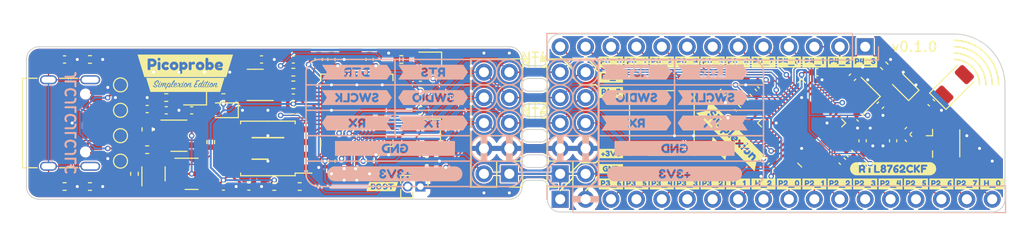
<source format=kicad_pcb>
(kicad_pcb (version 20221018) (generator pcbnew)
  (title_block (title "${title}") (rev "${revision}") (company "${company}") (comment 1 "author: ${author}") (comment 2 "pid: ${pid}"))
  (layers (0 "F.Cu" signal) (31 "B.Cu" signal) (34 "B.Paste" user) (35 "F.Paste" user) (36 "B.SilkS" user "B.Silkscreen") (37 "F.SilkS" user "F.Silkscreen") (38 "B.Mask" user) (39 "F.Mask" user) (44 "Edge.Cuts" user))
  (property "author" "Markus Blechschmidt")
  (property "company" "Simplexion GmbH")
  (property "pid" "project id")
  (property "revision" "0.1.0")
  (property "title" "RTL8762CKF-Dev-Board")
  (net 0 "")
  (net 1 "GND")
  (net 2 "+3V3")
  (net 3 "+1V2")
  (net 4 "Net-(U2-XI)")
  (net 5 "Net-(U2-XO)")
  (net 6 "Net-(U2-VA18)")
  (net 7 "Net-(U2-VDIGI)")
  (net 8 "/RTL8762CKF/P4_2")
  (net 9 "/RTL8762CKF/P4_1")
  (net 10 "/RTL8762CKF/P4_0")
  (net 11 "/RTL8762CKF/P0_6")
  (net 12 "/RTL8762CKF/P0_5")
  (net 13 "/RTL8762CKF/P0_4")
  (net 14 "/RTL8762CKF/P0_2")
  (net 15 "/RTL8762CKF/P0_1")
  (net 16 "/RTL8762CKF/P0_0")
  (net 17 "/RTL8762CKF/P3_3")
  (net 18 "/RTL8762CKF/P3_2")
  (net 19 "/RTL8762CKF/H_1")
  (net 20 "/RTL8762CKF/H_2")
  (net 21 "/RTL8762CKF/P2_2")
  (net 22 "/RTL8762CKF/P2_3")
  (net 23 "/RTL8762CKF/P2_4")
  (net 24 "/RTL8762CKF/P2_5")
  (net 25 "/RTL8762CKF/P2_6")
  (net 26 "/RTL8762CKF/P2_7")
  (net 27 "/RTL8762CKF/H_0")
  (net 28 "Net-(C25-Pad1)")
  (net 29 "/LPF")
  (net 30 "/50ΩCond")
  (net 31 "/50ΩAntenna")
  (net 32 "Earth")
  (net 33 "VBUS")
  (net 34 "/Type-C USB 2.0/VBUS_F1")
  (net 35 "/ZVD1/A")
  (net 36 "Net-(Q2-G)")
  (net 37 "+5V")
  (net 38 "/Type-C USB 2.0/CC1")
  (net 39 "/Type-C USB 2.0/CC2")
  (net 40 "/Type-C USB 2.0/D-")
  (net 41 "/Type-C USB 2.0/D+")
  (net 42 "Net-(D1-A)")
  (net 43 "Net-(D4-A)")
  (net 44 "/AE-feed")
  (net 47 "/RF")
  (net 48 "Net-(Q3A-B1)")
  (net 49 "/RTL8762CKF/P2_1")
  (net 50 "/RTL8762CKF/P0_7")
  (net 51 "/RTL8762CKF/P1_6")
  (net 52 "/RTL8762CKF/P3_6")
  (net 53 "/RTL8762CKF/P3_5")
  (net 54 "/RTL8762CKF/P3_4")
  (net 55 "/RTL8762CKF/P2_0")
  (net 57 "/RP2040/XIN")
  (net 58 "Net-(U2-LX)")
  (net 59 "/RP2040/DVDD")
  (net 60 "/RP2040/VREG_OUT")
  (net 61 "/RP2040/VREG_IN")
  (net 62 "/RP2040/~{USB_BOOT}")
  (net 63 "/RP2040/QSPI.~{CS}")
  (net 64 "/RP2040/D+")
  (net 65 "/RP2040/D-")
  (net 66 "/RP2040/XOUT")
  (net 67 "/RP2040/QSPI.IO1")
  (net 68 "/RP2040/QSPI.IO2")
  (net 69 "/RP2040/QSPI.IO0")
  (net 70 "/RP2040/QSPI.CLK")
  (net 71 "/RP2040/QSPI.IO3")
  (net 72 "/RP2040/GPIO0")
  (net 73 "/RP2040/GPIO1")
  (net 74 "/SWD.SWDIO")
  (net 75 "/SWD.SWCLK")
  (net 76 "/RP2040/GPIO8")
  (net 77 "/RP2040/GPIO9")
  (net 78 "/RP2040/GPIO10")
  (net 79 "/RP2040/GPIO11")
  (net 80 "/RP2040/GPIO12")
  (net 81 "/RP2040/GPIO13")
  (net 82 "/RP2040/GPIO14")
  (net 83 "/RP2040/GPIO15")
  (net 84 "/RP2040/SWD_{RP2040}.SWCLK")
  (net 85 "/RP2040/RUN")
  (net 86 "/RP2040/GPIO16")
  (net 87 "/RP2040/GPIO17")
  (net 88 "/RP2040/GPIO18")
  (net 89 "/RP2040/GPIO19")
  (net 90 "/RP2040/GPIO20")
  (net 91 "/RP2040/GPIO21")
  (net 92 "/RP2040/GPIO22")
  (net 93 "/RP2040/GPIO23")
  (net 94 "/RP2040/GPIO24")
  (net 95 "/USB_connected")
  (net 96 "/RP2040/GPIO26")
  (net 97 "/RP2040/GPIO27")
  (net 98 "/RP2040/GPIO28")
  (net 99 "/RP2040/GPIO29")
  (net 100 "/RP2040/SWD_{RP2040}.SWD")
  (net 101 "/LED")
  (net 102 "/BUTTON")
  (net 103 "Net-(D3-A)")
  (net 105 "Net-(D2-A)")
  (net 106 "/USB.D+")
  (net 107 "/USB.D-")
  (net 108 "/UART_{RP2040}.DTR")
  (net 109 "/UART_{RP2040}.RTS")
  (net 110 "/UART_{RP2040}.RX")
  (net 111 "/UART_{RP2040}.TX")
  (net 112 "/UART_{RTL8762C}.LOG")
  (net 113 "/UART_{RTL8762C}.RST")
  (net 114 "/UART_{RTL8762C}.TX")
  (net 115 "/UART_{RTL8762C}.RX")
  (footprint "Connector_USB:USB_C_Receptacle_Palconn_UTC16-G" (layer "F.Cu") (at 131.445 127 -90)
    (fp_text reference "J7" hide)
    (fp_text value "USB_C_Receptacle_USB2.0")
  )
  (footprint "Capacitor_SMD:C_0402_1005Metric" (layer "F.Cu") (at 140.97 125.73)
    (fp_text reference "C1" hide)
    (fp_text value "1u")
  )
  (footprint "Inductor_SMD:L_0603_1608Metric" (layer "F.Cu") (at 139.065 127.635 -90)
    (fp_text reference "FB1" hide)
    (fp_text value "600Ω@100MHz")
  )
  (footprint "Resistor_SMD:R_0402_1005Metric" (layer "F.Cu") (at 146.685 124.46)
    (fp_text reference "R3" hide)
    (fp_text value "1.5k")
  )
  (footprint "LED_SMD:LED_0603_1608Metric" (layer "F.Cu") (at 146.685 125.73 180)
    (fp_text reference "D3" hide)
    (fp_text value "LED")
  )
  (footprint "kibuzzard-641CCF55" (layer "F.Cu") (at 185.42 123.952)
    (fp_text reference "kibuzzard-641CCF55" hide)
    (fp_text value "G***" hide)
  )
  (footprint "TestPoint:TestPoint_Pad_D1.0mm" (layer "F.Cu") (at 136.398 130.81)
    (fp_text reference "TP1" hide)
    (fp_text value "GND")
  )
  (footprint "Inductor_SMD:L_0402_1005Metric" (layer "F.Cu") (at 216.662 126.238 45)
    (fp_text reference "L2" hide)
    (fp_text value "2.0n")
  )
  (footprint "TestPoint:TestPoint_Pad_D1.0mm" (layer "F.Cu") (at 136.398 128.27)
    (fp_text reference "TP4" hide)
    (fp_text value "D+")
  )
  (footprint "Connector_Coaxial:U.FL_Hirose_U.FL-R-SMT-1_Vertical" (layer "F.Cu") (at 218.44 129.032)
    (fp_text reference "J6" hide)
    (fp_text value "u.FL")
  )
  (footprint "Connector_PinHeader_2.54mm:PinHeader_2x05_P2.54mm_Vertical" (layer "F.Cu") (at 175.26 132.08 180)
    (fp_text reference "J2" hide)
    (fp_text value "Conn_02x05_Odd_Even")
  )
  (footprint "Resistor_SMD:R_0402_1005Metric" (layer "F.Cu") (at 130.81 133.35 180)
    (fp_text reference "R5" hide)
    (fp_text value "10k")
  )
  (footprint "kibuzzard-641CCF27" (layer "F.Cu") (at 190.5 133.096)
    (fp_text reference "kibuzzard-641CCF27" hide)
    (fp_text value "G***" hide)
  )
  (footprint "kibuzzard-641CA424" (layer "F.Cu") (at 198.12 120.904)
    (fp_text reference "kibuzzard-641CA424" hide)
    (fp_text value "G***" hide)
  )
  (footprint "Capacitor_SMD:C_0402_1005Metric" (layer "F.Cu") (at 209.55 122.428 45)
    (fp_text reference "C12" hide)
    (fp_text value "C")
  )
  (footprint "NetTie_Project:NetTie-2_SMD_Pad0.127mm" (layer "F.Cu") (at 177.8 126.746)
    (fp_text reference "NT3")
    (fp_text value "NetTie_2")
  )
  (footprint "kibuzzard-641CA415" (layer "F.Cu") (at 208.28 120.904)
    (fp_text reference "kibuzzard-641CA415" hide)
    (fp_text value "G***" hide)
  )
  (footprint "Capacitor_SMD:C_0402_1005Metric" (layer "F.Cu") (at 156.21 120.65 90)
    (fp_text reference "C31" hide)
    (fp_text value "1u")
  )
  (footprint "kibuzzard-642D619C" (layer "F.Cu") (at 213.614 131.572)
    (fp_text reference "kibuzzard-642D619C" hide)
    (fp_text value "G***" hide)
  )
  (footprint "Capacitor_SMD:C_0402_1005Metric" (layer "F.Cu") (at 166.37 123.19)
    (fp_text reference "C26" hide)
    (fp_text value "100n")
  )
  (footprint "Capacitor_SMD:C_0402_1005Metric" (layer "F.Cu") (at 149.225 133.35)
    (fp_text reference "C23" hide)
    (fp_text value "100n")
  )
  (footprint "kibuzzard-641CA3E3" (layer "F.Cu") (at 185.42 131.572)
    (fp_text reference "kibuzzard-641CA3E3" hide)
    (fp_text value "G***" hide)
  )
  (footprint "Capacitor_SMD:C_0402_1005Metric" (layer "F.Cu") (at 200.406 123.19 135)
    (fp_text reference "C18" hide)
    (fp_text value "100n")
  )
  (footprint "Resistor_SMD:R_0402_1005Metric" (layer "F.Cu") (at 145.415 128.905 -90)
    (fp_text reference "R9" hide)
    (fp_text value "47k")
  )
  (footprint "kibuzzard-641CA3C1" (layer "F.Cu") (at 210.82 133.096)
    (fp_text reference "kibuzzard-641CA3C1" hide)
    (fp_text value "G***" hide)
  )
  (footprint "kibuzzard-641CCF4F" (layer "F.Cu") (at 185.42 122.428)
    (fp_text reference "kibuzzard-641CCF4F" hide)
    (fp_text value "G***" hide)
  )
  (footprint "kibuzzard-641CCFE7" (layer "F.Cu") (at 205.74 133.096)
    (fp_text reference "kibuzzard-641CCFE7" hide)
    (fp_text value "G***" hide)
  )
  (footprint "Resistor_SMD:R_0402_1005Metric" (layer "F.Cu") (at 154.305 133.35 180)
    (fp_text reference "R10" hide)
    (fp_text value "1k")
  )
  (footprint "Resistor_SMD:R_0402_1005Metric" (layer "F.Cu") (at 133.35 120.65 180)
    (fp_text reference "R6" hide)
    (fp_text value "5.1k")
  )
  (footprint "kibuzzard-641CD305" (layer "F.Cu") (at 196.215 129.54 -45)
    (fp_text reference "kibuzzard-641CD305" hide)
    (fp_text value "G***" hide)
  )
  (footprint "NetTie_Project:NetTie-2_SMD_Pad0.127mm" (layer "F.Cu") (at 153.67 121.285)
    (fp_text reference "NT1" hide)
    (fp_text value "NetTie_2")
  )
  (footprint "Capacitor_SMD:C_0402_1005Metric" (layer "F.Cu") (at 161.29 130.81 -90)
    (fp_text reference "C30" hide)
    (fp_text value "100n")
  )
  (footprint "kibuzzard-641CA3A8" (layer "F.Cu") (at 195.58 133.096)
    (fp_text reference "kibuzzard-641CA3A8" hide)
    (fp_text value "G***" hide)
  )
  (footprint "Capacitor_SMD:C_0402_1005Metric" (layer "F.Cu") (at 146.685 133.35)
    (fp_text reference "C3" hide)
    (fp_text value "1u")
  )
  (footprint "Package_TO_SOT_SMD:SOT-23-5" (layer "F.Cu") (at 142.24 128.27)
    (fp_text reference "U1" hide)
    (fp_text value "ME6211C33M5G-N")
  )
  (footprint "Resistor_SMD:R_0402_1005Metric" (layer "F.Cu") (at 137.795 132.08 -90)
    (fp_text reference "R8" hide)
    (fp_text value "10k")
  )
  (footprint "kibuzzard-641CA3BC" (layer "F.Cu") (at 208.28 133.096)
    (fp_text reference "kibuzzard-641CA3BC" hide)
    (fp_text value "G***" hide)
  )
  (footprint "Connector_PinSocket_2.54mm:PinSocket_2x05_P2.54mm_Vertical" (layer "F.Cu") (at 180.34 132.08 180)
    (fp_text reference "J3" hide)
    (fp_text value "Conn_02x05_Odd_Even")
  )
  (footprint "NetTie_Project:NetTie-2_SMD_Pad0.127mm" (layer "F.Cu") (at 155.448 120.65)
    (fp_text reference "NT2" hide)
    (fp_text value "NetTie_2")
  )
  (footprint "kibuzzard-642D5F02" (layer "F.Cu") (at 142.875 123.19)
    (fp_text reference "kibuzzard-642D5F02" hide)
    (fp_text value "G***" hide)
  )
  (footprint "kibuzzard-641CCF1B" (layer "F.Cu") (at 200.66 120.904)
    (fp_text reference "kibuzzard-641CCF1B" hide)
    (fp_text value "G***" hide)
  )
  (footprint "Package_SO:SOIC-8_5.23x5.23mm_P1.27mm" (layer "F.Cu") (at 151.13 129.54 180)
    (fp_text reference "U7" hide)
    (fp_text value "W25Q128JVS")
  )
  (footprint "kibuzzard-641CA42E" (layer "F.Cu") (at 193.04 120.904)
    (fp_text reference "kibuzzard-641CA42E" hide)
    (fp_text value "G***" hide)
  )
  (footprint "RF_Antenna:Johanson_2450AT18x100" (layer "F.Cu") (at 219.71 123.19 45)
    (fp_text reference "AE1" hide)
    (fp_text value "2.4GHz")
  )
  (footprint "Capacitor_SMD:C_0402_1005Metric" (layer "F.Cu") (at 139.065 125.603)
    (fp_text reference "C22" hide)
    (fp_text value "10u")
  )
  (footprint "kibuzzard-641CA3CB" (layer "F.Cu") (at 215.9 133.096)
    (fp_text reference "kibuzzard-641CA3CB" hide)
    (fp_text value "G***" hide)
  )
  (footprint "Capacitor_SMD:C_0402_1005Metric" (layer "F.Cu") (at 210.312 126.492 -45)
    (fp_text reference "C17" hide)
    (fp_text value "100n")
  )
  (footprint "kibuzzard-641CA3FD" (layer "F.Cu") (at 185.42 130.048)
    (fp_text reference "kibuzzard-641CA3FD" hide)
    (fp_text value "G***" hide)
  )
  (footprint "Resistor_SMD:R_0402_1005Metric" (layer "F.Cu") (at 139.065 129.667)
    (fp_text reference "F1" hide)
    (fp_text value "500mA")
  )
  (footprint "kibuzzard-641CCF2F" (layer "F.Cu") (at 187.96 133.096)
    (fp_text reference "kibuzzard-641CCF2F" hide)
    (fp_text value "G***" hide)
  )
  (footprint "Capacitor_SMD:C_0402_1005Metric" (layer "F.Cu") (at 212.344 125.222 -135)
    (fp_text reference "C9" hide)
    (fp_text value "C")
  )
  (footprint "kibuzzard-641CA40F" (layer "F.Cu") (at 210.82 120.904)
    (fp_text reference "kibuzzard-641CA40F" hide)
    (fp_text value "G***" hide)
  )
  (footprint "Package_DFN_QFN:QFN-48-1EP_6x6mm_P0.4mm_EP4.3x4.3mm" (layer "F.Cu") (at 204.47 127 135)
    (fp_text reference "U2" hide)
    (fp_text value "RTL8762CKF")
  )
  (footprint "Resistor_SMD:R_0402_1005Metric" (layer "F.Cu") (at 153.67 121.92)
    (fp_text reference "R13" hide)
    (fp_text value "22")
  )
  (footprint "Capacitor_SMD:C_0402_1005Metric" (layer "F.Cu") (at 217.424 124.968 135)
    (fp_text reference "C8" hide)
    (fp_text value "9.1p")
  )
  (footprint "Capacitor_SMD:C_0402_1005Metric" (layer "F.Cu") (at 166.37 124.46)
    (fp_text reference "C35" hide)
    (fp_text value "100n")
  )
  (footprint "TestPoint:TestPoint_Pad_D1.0mm" (layer "F.Cu") (at 136.398 123.19)
    (fp_text reference "TP2" hide)
    (fp_text value "VBUS")
  )
  (footprint "Resistor_SMD:R_0402_1005Metric" (layer "F.Cu") (at 212.725 121.285 135)
    (fp_text reference "R4" hide)
    (fp_text value "1.5k")
  )
  (footprint "NetTie_Project:NetTie-2_SMD_Pad0.127mm" (layer "F.Cu") (at 177.8 127.254)
    (fp_text reference "NT6")
    (fp_text value "NetTie_2")
  )
  (footprint "Resistor_SMD:R_0402_1005Metric" (layer "F.Cu") (at 164.465 120.65 180)
    (fp_text reference "R2" hide)
    (fp_text value "1.5k")
  )
  (footprint "kibuzzard-641CA41A" (layer "F.Cu") (at 205.74 120.904)
    (fp_text reference "kibuzzard-641CA41A" hide)
    (fp_text value "G***" hide)
  )
  (footprint "kibuzzard-641CA3D4" (layer "F.Cu") (at 220.98 133.096)
    (fp_text reference "kibuzzard-641CA3D4" hide)
    (fp_text value "G***" hide)
  )
  (footprint "Resistor_SMD:R_0402_1005Metric" (layer "F.Cu") (at 140.97 124.46 180)
    (fp_text reference "R1" hide)
    (fp_text value "1.5k")
  )
  (footprint "Inductor_SMD:L_0603_1608Metric" (layer "F.Cu") (at 198.628 124.968 135)
    (fp_text reference "L3" hide)
    (fp_text value "2.2u")
  )
  (footprint "Capacitor_SMD:C_0402_1005Metric" (layer "F.Cu") (at 201.422 131.318 45)
    (fp_text reference "C10" hide)
    (fp_text value "100n")
  )
  (footprint "LED_SMD:LED_0603_1608Metric" (layer "F.Cu") (at 214.63 123.19 135)
    (fp_text reference "D4" hide)
    (fp_text value "LED")
  )
  (footprint "Capacitor_SMD:C_0402_1005Metric" (layer "F.Cu") (at 153.67 125.73 180)
    (fp_text reference "C28" hide)
    (fp_text value "100n")
  )
  (footprint "NetTie_Project:NetTie-2_SMD_Pad0.127mm" (layer "F.Cu") (at 177.8 122.174)
    (fp_text reference "NT5")
    (fp_text value "NetTie_2")
  )
  (footprint "Capacitor_SMD:C_0402_1005Metric" (layer "F.Cu") (at 169.545 127.635 -90)
    (fp_text reference "C25" hide)
    (fp_text value "33p")
  )
  (footprint "Capacitor_SMD:C_0402_1005Metric" (layer "F.Cu") (at 196.596 123.952 -135)
    (fp_text reference "C19" hide)
    (fp_text value "4.7u")
  )
  (footprint "Capacitor_SMD:C_0402_1005Metric" (layer "F.Cu") (at 213.614 128.778 -90)
    (fp_text reference "C5" hide)
    (fp_text value "3.9p")
  )
  (footprint "Capacitor_SMD:C_0402_1005Metric" (layer "F.Cu") (at 208.534 130.81 -45)
    (fp_text reference "C16" hide)
    (fp_text value "100n")
  )
  (footprint "Capacitor_SMD:C_0402_1005Metric" (layer "F.Cu") (at 197.612 125.984 -45)
    (fp_text reference "C11" hide)
    (fp_text value "4.7u")
  )
  (footprint "Capacitor_SMD:C_0402_1005Metric" (layer "F.Cu") (at 130.81 120.65)
    (fp_text reference "C20" hide)
    (fp_text value "100n")
  )
  (footprint "Capacitor_SMD:C_0402_1005Metric" (layer "F.Cu") (at 153.67 124.46 180)
    (fp_text reference "C29" hide)
    (fp_text value "100n")
  )
  (footprint "Package_TO_SOT_SMD:SOT-363_SC-70-6" (layer "F.Cu") (at 139.7 132.08 90)
    (fp_text reference "Q3" hide)
    (fp_text value "Dual_PNP")
  )
  (footprint "Capacitor_SMD:C_0402_1005Metric" (layer "F.Cu") (at 157.48 130.81 -90)
    (fp_text reference "C32" hide)
    (fp_text value "100n")
  )
  (footprint "Capacitor_SMD:C_0402_1005Metric" (layer "F.Cu") (at 150.495 120.65 180)
    (fp_text reference "C21" hide)
    (fp_text value "100n")
  )
  (footprint "kibuzzard-641CA39E" (layer "F.Cu") (at 193.04 133.096)
    (fp_text reference "kibuzzard-641CA39E" hide)
    (fp_text value "G***" hide)
  )
  (footprint "kibuzzard-641CA3C6" (layer "F.Cu") (at 213.36 133.096)
    (fp_text reference "kibuzzard-641CA3C6" hide)
    (fp_text value "G***" hide)
  )
  (footprint "Button_Switch_SMD:SW_Push_1P1T_NO_6x6mm_H9.5mm" (layer "F.Cu") (at 190.5 127 90)
    (fp_text reference "SW1" hide)
    (fp_text value "SW_Push")
  )
  (footprint "kibuzzard-641CA399" (layer "F.Cu") (at 185.42 120.904)
    (fp_text reference "kibuzzard-641CA399" hide)
    (fp_text value "G***" hide)
  )
  (footprint "Package_TO_SOT_SMD:SOT-23-6" (layer "F.Cu") (at 149.86 123.19 180)
    (fp_text reference "U3" hide)
    (fp_text value "USBLC6-2SC6")
  )
  (footprint "Crystal:Crystal_SMD_2016-4Pin_2.0x1.6mm" (layer "F.Cu") (at 210.566 124.206 135)
    (fp_text reference "Y1" hide)
    (fp_text value "40MHz")
  )
  (footprint "Package_USON:USON-8_3.0x2.0mm_P0.5mm" (layer "F.Cu") (at 151.13 129.54 180)
    (fp_text reference "U5" hide)
    (fp_text value "W25Q16JV" hide)
  )
  (footprint "NetTie_Project:NetTie-2_SMD_Pad0.127mm" (layer "F.Cu") (at 177.8 121.666)
    (fp_text reference "NT4")
    (fp_text value "NetTie_2")
  )
  (footprint "Capacitor_SMD:C_0402_1005Metric" (layer "F.Cu") (at 161.29 120.65 90)
    (fp_text reference "C34" hide)
    (fp_text value "100n")
  )
  (footprint "Package_DFN_QFN:QFN-56-1EP_7x7mm_P0.4mm_EP3.2x3.2mm" (layer "F.Cu") (at 160.02 125.73 90)
    (fp_text reference "U6" hide)
    (fp_text value "RP2040")
  )
  (footprint "kibuzzard-641CA433" (layer "F.Cu") (at 190.5 120.904)
    (fp_text reference "kibuzzard-641CA433" hide)
    (fp_text value "G***" hide)
  )
  (footprint "Capacitor_SMD:C_0402_1005Metric" (layer "F.Cu") (at 205.994 121.92 180)
    (fp_text reference "C13" hide)
    (fp_text value "100n")
  )
  (footprint "Resistor_SMD:R_0402_1005Metric" (layer "F.Cu") (at 166.37 125.73 180)
    (fp_text reference "R14" hide)
    (fp_text value "1k")
  )
  (footprint "kibuzzard-641CA3D9" (layer "F.Cu") (at 223.52 133.096)
    (fp_text reference "kibuzzard-641CA3D9" hide)
    (fp_text value "G***" hide)
  )
  (footprint "kibuzzard-641CA3D0" (layer "F.Cu") (at 218.44 133.096)
    (fp_text reference "kibuzzard-641CA3D0" hide)
    (fp_text value "G***" hide)
  )
  (footprint "Capacitor_SMD:C_0402_1005Metric" (layer "F.Cu") (at 209.296 130.048 -45)
    (fp_text reference "C14" hide)
    (fp_text value "100n")
  )
  (footprint "Capacitor_SMD:C_0402_1005Metric" (layer "F.Cu") (at 215.138 127.762 -135)
    (fp_text reference "C7" hide)
    (fp_text value "22p")
  )
  (footprint "Capacitor_SMD:C_0402_1005Metric" (layer "F.Cu") (at 210.566 128.778 -90)
    (fp_text reference "C4" hide)
    (fp_text value "3.9p")
  )
  (footprint "kibuzzard-641CA41F" (layer "F.Cu") (at 203.2 120.904)
    (fp_text reference "kibuzzard-641CA41F" hide)
    (fp_text value "G***" hide)
  )
  (footprint "kibuzzard-641CA3B7" (layer "F.Cu") (at 200.66 133.096)
    (fp_text reference "kibuzzard-641CA3B7" hide)
    (fp_text value "G***" hide)
  )
  (footprint "Capacitor_SMD:C_0402_1005Metric" (layer "F.Cu") (at 157.48 120.65 90)
    (fp_text reference "C33" hide)
    (fp_text value "100n")
  )
  (footprint "Resistor_SMD:R_0402_1005Metric" (layer "F.Cu") (at 151.765 133.35 180)
    (fp_text reference "R11" hide)
    (fp_text value "10k")
  )
  (footprint "kibuzzard-641CCFE3" (layer "F.Cu") (at 203.2 133.096)
    (fp_text reference "kibuzzard-641CCFE3" hide)
    (fp_text value "G***" hide)
  )
  (footprint "Connector_PinHeader_1.27mm:PinHeader_1x02_P1.27mm_Vertical" (layer "F.Cu") (at 166.37 133.35 -90)
    (fp_text reference "J1" hide)
    (fp_text value "boot")
  )
  (footprint "LED_SMD:LED_0603_1608Metric" (layer "F.Cu") (at 143.51 124.46 180)
    (fp_text reference "D1" hide)
    (fp_text value "LED")
  )
  (footprint "TestPoint:TestPoint_Pad_D1.0mm" (layer "F.Cu") (at 136.398 125.73)
    (fp_text reference "TP3" hide)
    (fp_text value "D-")
  )
  (footprint "Inductor_SMD:L_0402_1005Metric" (layer "F.Cu") (at 212.09 128.27)
    (fp_text reference "L1" hide)
    (fp_text value "2.0n")
  )
  (footprint "Package_TO_SOT_SMD:SOT-23" (layer "F.Cu") (at 143.51 132.08)
    (fp_text reference "Q2" hide)
    (fp_text value "AO3401A")
  )
  (footprint "kibuzzard-641CA3B1" (layer "F.Cu") (at 198.12 133.096)
    (fp_text reference "kibuzzard-641CA3B1" hide)
    (fp_text value "G***" hide)
  )
  (footprint "Resistor_SMD:R_0402_1005Metric" (layer "F.Cu") (at 153.67 123.19 180)
    (fp_text reference "R12" hide)
    (fp_text value "22")
  )
  (footprint "kibuzzard-641D9DDE" (layer "F.Cu") (at 162.56 133.35)
    (fp_text reference "kibuzzard-641D9DDE" hide)
    (fp_text value "G***" hide)
  )
  (footprint "Capacitor_SMD:C_0402_1005Metric" (layer "F.Cu") (at 199.644 123.952 135)
    (fp_text reference "C15" hide)
    (fp_text value "100n")
  )
  (footprint "Capacitor_SMD:C_0402_1005Metric" (layer "F.Cu") (at 153.67 120.65 180)
    (fp_text reference "C27" hide)
    (fp_text value "1u")
  )
  (footprint "Capacitor_SMD:C_0402_1005Metric" (layer "F.Cu") (at 167.005 130.81)
    (fp_text reference "C24" hide)
    (fp_text value "33p")
  )
  (footprint "kibuzzard-641CA429" (layer "F.Cu") (at 195.58 120.904)
    (fp_text reference "kibuzzard-641CA429" hide)
    (fp_text value "G***" hide)
  )
  (footprint "kibuzzard-641CA439" (layer "F.Cu") (at 187.96 120.904)
    (fp_text reference "kibuzzard-641CA439" hide)
    (fp_text value "G***" hide)
  )
  (footprint "Capacitor_SMD:C_0402_1005Metric" (layer "F.Cu") (at 215.138 128.524 135)
    (fp_text reference "C6" hide)
    (fp_text value "22p")
  )
  (footprint "Crystal:Crystal_SMD_3225-4Pin_3.2x2.5mm" (layer "F.Cu") (at 166.37 128.27 180)
    (fp_text reference "Y2" hide)
    (fp_text value "12M")
  )
  (footprint "kibuzzard-641A4D28" (layer "F.Cu") (at 197.485 128.27 -45)
    (fp_text reference "kibuzzard-641A4D28" hide)
    (fp_text value "G***" hide)
  )
  (footprint "LED_SMD:LED_0603_1608Metric" (layer "F.Cu") (at 167.005 120.65 180)
    (fp_text reference "D2" hide)
    (fp_text value "LED")
  )
  (footprint "Capacitor_SMD:C_0402_1005Metric" (layer "F.Cu") (at 143.51 125.73)
    (fp_text reference "C2" hide)
    (fp_text value "1u")
  )
  (footprint "kibuzzard-642D5EF2" (layer "F.Cu") (at 142.875 121.285)
    (fp_text reference "kibuzzard-642D5EF2" hide)
    (fp_text value "G***" hide)
  )
  (footprint "Resistor_SMD:R_0402_1005Metric" (layer "F.Cu") (at 133.35 133.35 180)
    (fp_text reference "R7" hide)
    (fp_text value "5.1k")
  )
  (footprint "kibuzzard-641CCF34" (layer "F.Cu") (at 185.42 133.096)
    (fp_text reference "kibuzzard-641CCF34" hide)
    (fp_text value "G***" hide)
  )
  (footprint "kibuzzard-641C73CF" (layer "B.Cu") (at 187.96 127 180)
    (fp_text reference "kibuzzard-641C73CF" hide)
    (fp_text value "G***" hide)
  )
  (footprint "kibuzzard-641C73D3" (layer "B.Cu") (at 195.58 127 180)
    (fp_text reference "kibuzzard-641C73D3" hide)
    (fp_text value "G***" hide)
  )
  (footprint "Connector_PinHeader_2.54mm:PinHeader_1x13_P2.54mm_Vertical" (layer "B.Cu") (at 210.82 119.38 90)
    (fp_text reference "J4" hide)
    (fp_text value "Conn_01x13")
  )
  (footprint "kibuzzard-641CA759" (layer "B.Cu") (at 160.02 127 180)
    (fp_text reference "kibuzzard-641CA759" hide)
    (fp_text value "G***" hide)
  )
  (footprint "kibuzzard-641C73C2" (layer "B.Cu") (at 167.64 124.46 180)
    (fp_text reference "kibuzzard-641C73C2" hide)
    (fp_text value "G***" hide)
  )
  (footprint "kibuzzard-641CA6B4" (layer "B.Cu") (at 191.77 129.54 180)
    (fp_text reference "kibuzzard-641CA6B4" hide)
    (fp_text value "G***" hide)
  )
  (footprint "kibuzzard-641CA612" (layer "B.Cu") (at 160.02 121.92 180)
    (fp_text reference "kibuzzard-641CA612" hide)
    (fp_text value "G***" hide)
  )
  (footprint "kibuzzard-641C73DC" (layer "B.Cu") (at 191.77 132.08 180)
    (fp_text reference "kibuzzard-641C73DC" hide)
    (fp_text value "G***" hide)
  )
  (footprint "Connector_PinHeader_2.54mm:PinHeader_1x18_P2.54mm_Vertical" (layer "B.Cu") (at 180.34 134.62 -90)
    (fp_text reference "J5" hide)
    (fp_text value "Conn_01x18")
  )
  (footprint "kibuzzard-641C73DC" (layer "B.Cu") (at 163.83 132.08 180)
    (fp_text reference "kibuzzard-641C73DC" hide)
    (fp_text value "G***" hide)
  )
  (footprint "kibuzzard-641C73C2" (layer "B.Cu") (at 187.96 124.46 180)
    (fp_text reference "kibuzzard-641C73C2" hide)
    (fp_text value "G***" hide)
  )
  (footprint "kibuzzard-641CA619" (layer "B.Cu") (at 167.64 121.92 180)
    (fp_text reference "kibuzzard-641CA619" hide)
    (fp_text value "G***" hide)
  )
  (footprint "kibuzzard-641CA754" (layer "B.Cu") (at 167.64 127 180)
    (fp_text reference "kibuzzard-641CA754" hide)
    (fp_text value "G***" hide)
  )
  (footprint "kibuzzard-641C73C6" (layer "B.Cu") (at 187.96 121.92 180)
    (fp_text reference "kibuzzard-641C73C6" hide)
    (fp_text value "G***" hide)
  )
  (footprint "kibuzzard-641C73BE" (layer "B.Cu") (at 160.02 124.46 180)
    (fp_text reference "kibuzzard-641C73BE" hide)
    (fp_text value "G***" hide)
  )
  (footprint "kibuzzard-641CA6AF" (layer "B.Cu") (at 163.83 129.54 180)
    (fp_text reference "kibuzzard-641CA6AF" hide)
    (fp_text value "G***" hide)
  )
  (footprint "kibuzzard-641C73BE" (layer "B.Cu") (at 195.58 124.46 180)
    (fp_text reference "kibuzzard-641C73BE" hide)
    (fp_text value "G***" hide)
  )
  (footprint "kibuzzard-641C73CB" (layer "B.Cu") (at 195.58 121.92 180)
    (fp_text reference "kibuzzard-641C73CB" hide)
    (fp_text value "G***" hide)
  )
  (gr_line (start 199.39 120.65) (end 180.34 120.65) (stroke (width 0.15)) (layer "B.SilkS"))
  (gr_line (start 154.94 125.73) (end 171.45 125.73) (stroke (width 0.15)) (layer "B.SilkS"))
  (gr_arc (start 200.660001 132.080001) (mid 200.288026 132.978027) (end 199.39 133.350002) (stroke (width 0.15)) (layer "B.SilkS"))
  (gr_arc (start 182.88 128.270001) (mid 184.149999 129.54) (end 182.88 130.810003) (stroke (width 0.15)) (layer "B.SilkS"))
  (gr_arc (start 156.21 133.350001) (mid 155.311974 132.978026) (end 154.939999 132.08) (stroke (width 0.15)) (layer "B.SilkS"))
  (gr_circle (center 180.34 127) (end 181.609999 127) (stroke (width 0.15)) (fill none) (layer "B.SilkS"))
  (gr_arc (start 175.26 130.809999) (mid 176.530001 132.08) (end 175.26 133.350001) (stroke (width 0.15)) (layer "B.SilkS"))
  (gr_arc (start 175.26 128.270001) (mid 176.529999 129.54) (end 175.26 130.810003) (stroke (width 0.15)) (layer "B.SilkS"))
  (gr_arc (start 180.34 130.810002) (mid 179.069998 129.54) (end 180.34 128.270002) (stroke (width 0.15)) (layer "B.SilkS"))
  (gr_line (start 182.88 128.270001) (end 180.34 128.270002) (stroke (width 0.15)) (layer "B.SilkS"))
  (gr_line (start 171.45 120.65) (end 171.45 133.35) (stroke (width 0.15)) (layer "B.SilkS"))
  (gr_poly (pts (xy 180.086 130.81) (xy 180.086 128.27) (xy 180.594 128.27) (xy 180.594 130.81)) (stroke (width 0.15)) (fill solid) (layer "B.SilkS"))
  (gr_line (start 184.15 130.81) (end 200.66 130.81) (stroke (width 0.15)) (layer "B.SilkS"))
  (gr_circle (center 172.72 124.46) (end 173.99 124.46) (stroke (width 0.15)) (fill none) (layer "B.SilkS"))
  (gr_circle (center 182.88 124.46) (end 184.15 124.46) (stroke (width 0.15)) (fill none) (layer "B.SilkS"))
  (gr_line (start 184.15 128.27) (end 200.66 128.27) (stroke (width 0.15)) (layer "B.SilkS"))
  (gr_line (start 175.26 120.65) (end 156.21 120.649999) (stroke (width 0.15)) (layer "B.SilkS"))
  (gr_circle (center 172.72 127) (end 173.989999 127) (stroke (width 0.15)) (fill none) (layer "B.SilkS"))
  (gr_line (start 184.15 120.71) (end 184.15 133.41) (stroke (width 0.15)) (layer "B.SilkS"))
  (gr_circle (center 172.72 121.92) (end 173.99 121.92) (stroke (width 0.15)) (fill none) (layer "B.SilkS"))
  (gr_line (start 156.21 133.350001) (end 175.26 133.350001) (stroke (width 0.15)) (layer "B.SilkS"))
  (gr_line (start 184.15 125.73) (end 200.66 125.73) (stroke (width 0.15)) (layer "B.SilkS"))
  (gr_arc (start 182.88 130.809999) (mid 184.150001 132.08) (end 182.88 133.350001) (stroke (width 0.15)) (layer "B.SilkS"))
  (gr_line (start 184.15 123.19) (end 200.66 123.19) (stroke (width 0.15)) (layer "B.SilkS"))
  (gr_line (start 180.34 133.350001) (end 199.39 133.350002) (stroke (width 0.15)) (layer "B.SilkS"))
  (gr_line (start 154.94 128.27) (end 171.45 128.27) (stroke (width 0.15)) (layer "B.SilkS"))
  (gr_circle (center 180.34 121.92) (end 181.61 121.92) (stroke (width 0.15)) (fill none) (layer "B.SilkS"))
  (gr_arc (start 172.72 130.810002) (mid 171.449998 129.54) (end 172.72 128.270002) (stroke (width 0.15)) (layer "B.SilkS"))
  (gr_line (start 182.88 130.809999) (end 180.34 130.81) (stroke (width 0.15)) (layer "B.SilkS"))
  (gr_circle (center 175.26 127) (end 176.530001 127) (stroke (width 0.15)) (fill none) (layer "B.SilkS"))
  (gr_line (start 154.94 130.81) (end 171.45 130.81) (stroke (width 0.15)) (layer "B.SilkS"))
  (gr_line (start 191.77 120.65) (end 191.77 128.27) (stroke (width 0.15)) (layer "B.SilkS"))
  (gr_line (start 175.26 128.270001) (end 172.72 128.270002) (stroke (width 0.15)) (layer "B.SilkS"))
  (gr_line (start 175.26 130.809999) (end 172.72 130.81) (stroke (width 0.15)) (layer "B.SilkS"))
  (gr_poly (pts (xy 182.626 130.81) (xy 182.626 128.27) (xy 183.134 128.27) (xy 183.134 130.81)) (stroke (width 0.15)) (fill solid) (layer "B.SilkS"))
  (gr_circle (center 180.34 124.46) (end 181.61 124.46) (stroke (width 0.15)) (fill none) (layer "B.SilkS"))
  (gr_line (start 179.070001 132.08) (end 179.07 121.92) (stroke (width 0.15)) (layer "B.SilkS"))
  (gr_circle (center 175.26 124.46) (end 176.53 124.46) (stroke (width 0.15)) (fill none) (layer "B.SilkS"))
  (gr_line (start 163.83 120.65) (end 163.83 128.27) (stroke (width 0.15)) (layer "B.SilkS"))
  (gr_circle (center 175.26 121.92) (end 176.53 121.92) (stroke (width 0.15)) (fill none) (layer "B.SilkS"))
  (gr_arc (start 172.72 133.35) (mid 171.45 132.08) (end 172.72 130.81) (stroke (width 0.15)) (layer "B.SilkS"))
  (gr_poly (pts (xy 175.006 130.81) (xy 175.006 128.27) (xy 175.514 128.27) (xy 175.514 130.81)) (stroke (width 0.15)) (fill solid) (layer "B.SilkS"))
  (gr_rect (start 181.61 134.366) (end 184.15 134.874) (stroke (width 0.15)) (fill solid) (layer "B.SilkS"))
  (gr_arc (start 199.39 120.65) (mid 200.288026 121.021975) (end 200.660001 121.920001) (stroke (width 0.15)) (layer "B.SilkS"))
  (gr_line (start 154.939999 121.92) (end 154.939999 132.08) (stroke (width 0.15)) (layer "B.SilkS"))
  (gr_line (start 154.94 123.19) (end 171.45 123.19) (stroke (width 0.15)) (layer "B.SilkS"))
  (gr_line (start 200.660001 132.080001) (end 200.660001 121.920001) (stroke (width 0.15)) (layer "B.SilkS"))
  (gr_arc (start 180.34 133.35) (mid 179.07 132.08) (end 180.34 130.81) (stroke (width 0.15)) (layer "B.SilkS"))
  (gr_arc (start 154.939999 121.92) (mid 155.311974 121.021974) (end 156.21 120.649999) (stroke (width 0.15)) (layer "B.SilkS"))
  (gr_poly (pts (xy 172.466 130.81) (xy 172.466 128.27) (xy 172.974 128.27) (xy 172.974 130.81)) (stroke (width 0.15)) (fill solid) (layer "B.SilkS"))
  (gr_circle (center 182.88 127) (end 184.150001 127) (stroke (width 0.15)) (fill none) (layer "B.SilkS"))
  (gr_line (start 176.530001 132.08) (end 176.53 121.92) (stroke (width 0.15)) (layer "B.SilkS"))
  (gr_circle (center 182.88 121.92) (end 184.15 121.92) (stroke (width 0.15)) (fill none) (layer "B.SilkS"))
  (gr_line (start 181.61 132.491) (end 181.61 131.729) (stroke (width 0.15)) (layer "F.SilkS"))
  (gr_rect (start 172.466 128.27) (end 172.974 130.81) (stroke (width 0.15)) (fill solid) (layer "F.SilkS"))
  (gr_arc (start 219.71 119.38) (mid 222.404077 120.495923) (end 223.52 123.19) (stroke (width 0.15)) (layer "F.SilkS"))
  (gr_arc (start 219.71 118.745) (mid 222.85309 120.04691) (end 224.155 123.19) (stroke (width 0.15)) (layer "F.SilkS"))
  (gr_line (start 184.15 132.237) (end 183.896 132.491) (stroke (width 0.15)) (layer "F.SilkS"))
  (gr_rect (start 182.626 128.27) (end 183.134 130.81) (stroke (width 0.15)) (fill solid) (layer "F.SilkS"))
  (gr_line (start 183.896 130.967) (end 184.15 130.713) (stroke (width 0.15)) (layer "F.SilkS"))
  (gr_line (start 181.61 122.428) (end 182.372 123.19) (stroke (width 0.15)) (layer "F.SilkS"))
  (gr_line (start 182.88 133.761) (end 183.896 132.745) (stroke (width 0.15)) (layer "F.SilkS"))
  (gr_line (start 182.372 130.967) (end 183.896 130.967) (stroke (width 0.15)) (layer "F.SilkS"))
  (gr_rect (start 175.006 128.27) (end 175.514 130.81) (stroke (width 0.15)) (fill solid) (layer "F.SilkS"))
  (gr_poly (pts (xy 181.61 134.874) (xy 181.61 134.366) (xy 184.15 134.366) (xy 184.15 134.874)) (stroke (width 0.15)) (fill solid) (layer "F.SilkS"))
  (gr_line (start 183.896 121.666) (end 183.896 121.412) (stroke (width 0.15)) (layer "F.SilkS"))
  (gr_line (start 180.34 120.396) (end 181.61 121.666) (stroke (width 0.15)) (layer "F.SilkS"))
  (gr_line (start 181.61 121.666) (end 181.61 122.428) (stroke (width 0.15)) (layer "F.SilkS"))
  (gr_arc (start 219.71 120.015) (mid 221.955064 120.944936) (end 222.885 123.19) (stroke (width 0.15)) (layer "F.SilkS"))
  (gr_line (start 182.88 120.396) (end 183.896 121.412) (stroke (width 0.15)) (layer "F.SilkS"))
  (gr_line (start 182.372 123.19) (end 183.896 123.19) (stroke (width 0.15)) (layer "F.SilkS"))
  (gr_line (start 180.34 133.761) (end 181.61 132.491) (stroke (width 0.15)) (layer "F.SilkS"))
  (gr_line (start 183.896 123.19) (end 184.15 123.444) (stroke (width 0.15)) (layer "F.SilkS"))
  (gr_arc (start 219.71 120.65) (mid 221.506051 121.393949) (end 222.25 123.19) (stroke (width 0.15)) (layer "F.SilkS"))
  (gr_line (start 183.896 132.491) (end 183.896 132.745) (stroke (width 0.15)) (layer "F.SilkS"))
  (gr_rect (start 180.086 128.27) (end 180.594 130.81) (stroke (width 0.15)) (fill solid) (layer "F.SilkS"))
  (gr_line (start 184.15 121.92) (end 183.896 121.666) (stroke (width 0.15)) (layer "F.SilkS"))
  (gr_line (start 181.61 131.729) (end 182.372 130.967) (stroke (width 0.15)) (layer "F.SilkS"))
  (gr_arc (start 180.34 135.890001) (mid 179.441974 135.518026) (end 179.069999 134.62) (stroke (width 0.1)) (layer "Edge.Cuts"))
  (gr_arc (start 176.530001 123.19) (mid 176.715988 122.740988) (end 177.165 122.555001) (stroke (width 0.1)) (layer "Edge.Cuts"))
  (gr_arc (start 176.530001 130.81) (mid 176.715988 130.360988) (end 177.165 130.175001) (stroke (width 0.1)) (layer "Edge.Cuts"))
  (gr_arc (start 179.069999 120.65) (mid 178.884012 121.099012) (end 178.435 121.284999) (stroke (width 0.1)) (layer "Edge.Cuts"))
  (gr_arc (start 175.26 119.379999) (mid 176.158026 119.751974) (end 176.530001 120.65) (stroke (width 0.1)) (layer "Edge.Cuts"))
  (gr_line (start 127 120.65) (end 126.999999 133.35) (stroke (width 0.1)) (layer "Edge.Cuts"))
  (gr_line (start 177.165 126.364999) (end 178.435 126.364999) (stroke (width 0.1)) (layer "Edge.Cuts"))
  (gr_arc (start 178.435 127.635001) (mid 178.884012 127.820988) (end 179.069999 128.27) (stroke (width 0.1)) (layer "Edge.Cuts"))
  (gr_line (start 128.27 119.38) (end 175.26 119.379999) (stroke (width 0.1)) (layer "Edge.Cuts"))
  (gr_line (start 177.165 131.444999) (end 178.435 131.444999) (stroke (width 0.1)) (layer "Edge.Cuts"))
  (gr_arc (start 224.79 134.62) (mid 224.418025 135.518026) (end 223.519999 135.890001) (stroke (width 0.1)) (layer "Edge.Cuts"))
  (gr_arc (start 179.069999 128.27) (mid 178.884012 128.719012) (end 178.435 128.904999) (stroke (width 0.1)) (layer "Edge.Cuts"))
  (gr_line (start 224.789999 123.19) (end 224.79 134.62) (stroke (width 0.1)) (layer "Edge.Cuts"))
  (gr_arc (start 176.530001 125.73) (mid 176.715988 125.280988) (end 177.165 125.095001) (stroke (width 0.1)) (layer "Edge.Cuts"))
  (gr_arc (start 128.27 134.620001) (mid 127.371974 134.248026) (end 126.999999 133.35) (stroke (width 0.1)) (layer "Edge.Cuts"))
  (gr_arc (start 179.069999 123.19) (mid 178.884012 123.639012) (end 178.435 123.824999) (stroke (width 0.1)) (layer "Edge.Cuts"))
  (gr_arc (start 178.435 130.175001) (mid 178.884012 130.360988) (end 179.069999 130.81) (stroke (width 0.1)) (layer "Edge.Cuts"))
  (gr_line (start 128.27 134.620001) (end 175.26 134.620001) (stroke (width 0.1)) (layer "Edge.Cuts"))
  (gr_line (start 177.165 130.175001) (end 178.435 130.175001) (stroke (width 0.1)) (layer "Edge.Cuts"))
  (gr_arc (start 176.530001 128.27) (mid 176.715988 127.820988) (end 177.165 127.635001) (stroke (width 0.1)) (layer "Edge.Cuts"))
  (gr_arc (start 177.165 128.904999) (mid 176.715988 128.719012) (end 176.530001 128.27) (stroke (width 0.1)) (layer "Edge.Cuts"))
  (gr_arc (start 176.530001 133.35) (mid 176.715988 132.900988) (end 177.165 132.715001) (stroke (width 0.1)) (layer "Edge.Cuts"))
  (gr_arc (start 178.435 125.095001) (mid 178.884012 125.280988) (end 179.069999 125.73) (stroke (width 0.1)) (layer "Edge.Cuts"))
  (gr_arc (start 176.530001 133.35) (mid 176.158026 134.248026) (end 175.26 134.620001) (stroke (width 0.1)) (layer "Edge.Cuts"))
  (gr_line (start 177.165 121.284999) (end 178.435 121.284999) (stroke (width 0.1)) (layer "Edge.Cuts"))
  (gr_line (start 177.165 125.095001) (end 178.435 125.095001) (stroke (width 0.1)) (layer "Edge.Cuts"))
  (gr_line (start 177.165 132.715001) (end 178.435 132.715001) (stroke (width 0.1)) (layer "Edge.Cuts"))
  (gr_arc (start 219.709999 118.11) (mid 223.302102 119.597897) (end 224.789999 123.19) (stroke (width 0.1)) (layer "Edge.Cuts"))
  (gr_arc (start 179.069999 125.73) (mid 178.884012 126.179012) (end 178.435 126.364999) (stroke (width 0.1)) (layer "Edge.Cuts"))
  (gr_arc (start 177.165 126.364999) (mid 176.715988 126.179012) (end 176.530001 125.73) (stroke (width 0.1)) (layer "Edge.Cuts"))
  (gr_line (start 177.165 122.555001) (end 178.435 122.555001) (stroke (width 0.1)) (layer "Edge.Cuts"))
  (gr_line (start 223.519999 135.890001) (end 180.34 135.890001) (stroke (width 0.1)) (layer "Edge.Cuts"))
  (gr_arc (start 178.435 132.715001) (mid 178.884012 132.900988) (end 179.069999 133.35) (stroke (width 0.1)) (layer "Edge.Cuts"))
  (gr_line (start 179.07 119.38) (end 179.069999 120.65) (stroke (width 0.1)) (layer "Edge.Cuts"))
  (gr_line (start 179.069998 134.62) (end 179.069999 133.35) (stroke (width 0.1)) (layer "Edge.Cuts"))
  (gr_line (start 177.165 127.635001) (end 178.435 127.635001) (stroke (width 0.1)) (layer "Edge.Cuts"))
  (gr_line (start 180.34 118.11) (end 219.709999 118.11) (stroke (width 0.1)) (layer "Edge.Cuts"))
  (gr_arc (start 177.165 131.444999) (mid 176.715988 131.259012) (end 176.530001 130.81) (stroke (width 0.1)) (layer "Edge.Cuts"))
  (gr_arc (start 178.435 122.555001) (mid 178.884012 122.740988) (end 179.069999 123.19) (stroke (width 0.1)) (layer "Edge.Cuts"))
  (gr_arc (start 179.07 119.38) (mid 179.441974 118.481974) (end 180.34 118.11) (stroke (width 0.1)) (layer "Edge.Cuts"))
  (gr_line (start 177.165 123.824999) (end 178.435 123.824999) (stroke (width 0.1)) (layer "Edge.Cuts"))
  (gr_arc (start 179.069999 130.81) (mid 178.884012 131.259012) (end 178.435 131.444999) (stroke (width 0.1)) (layer "Edge.Cuts"))
  (gr_arc (start 127 120.65) (mid 127.371974 119.751974) (end 128.27 119.38) (stroke (width 0.1)) (layer "Edge.Cuts"))
  (gr_arc (start 177.165 123.824999) (mid 176.715988 123.639012) (end 176.530001 123.19) (stroke (width 0.1)) (layer "Edge.Cuts"))
  (gr_line (start 177.165 128.904999) (end 178.435 128.904999) (stroke (width 0.1)) (layer "Edge.Cuts"))
  (gr_arc (start 177.165 121.284999) (mid 176.715988 121.099012) (end 176.530001 120.65) (stroke (width 0.1)) (layer "Edge.Cuts"))
  (gr_text "JLCJLCJLCJLC" (at 131.445 127 90) (layer "B.SilkS") (effects (font (size 1 1) (thickness 0.2) bold) (justify mirror)))
  (gr_text "v${revision}" (at 213.36 119.38) (layer "F.SilkS") (effects (font (size 1 1)) (justify left)))
  (segment (start 165.27 127.42) (end 165.27 127.465) (width 0.2) (layer "F.Cu") (net 1))
  (segment (start 210.804183 125.222) (end 211.665178 125.222) (width 0.2) (layer "F.Cu") (net 1))
  (segment (start 210.672066 125.089883) (end 210.804183 125.222) (width 0.2) (layer "F.Cu") (net 1))
  (segment (start 165.27 127.465) (end 163.83 128.905) (width 0.2) (layer "F.Cu") (net 1))
  (segment (start 138.585 125.603) (end 138.585 125.575) (width 0.2) (layer "F.Cu") (net 1))
  (segment (start 211.665178 125.222) (end 212.004589 125.561411) (width 0.2) (layer "F.Cu") (net 1))
  (via (at 161.29 132.08) (size 0.56) (drill 0.3) (layers "F.Cu" "B.Cu") (net 1))
  (via (at 131.572 127) (size 0.56) (drill 0.3) (layers "F.Cu" "B.Cu") (net 1))
  (via (at 139.7 121.92) (size 0.56) (drill 0.3) (layers "F.Cu" "B.Cu") (net 1))
  (via (at 135.89 124.46) (size 0.56) (drill 0.3) (layers "F.Cu" "B.Cu") (net 1))
  (via (at 175.26 120.015) (size 0.56) (drill 0.3) (layers "F.Cu" "B.Cu") (net 1))
  (via (at 204.47 124.46) (size 0.56) (drill 0.3) (layers "F.Cu" "B.Cu") (net 1))
  (via (at 193.675 128.27) (size 0.56) (drill 0.3) (layers "F.Cu" "B.Cu") (net 1))
  (via (at 211.328 127.508) (size 0.56) (drill 0.3) (layers "F.Cu" "B.Cu") (net 1))
  (via (at 210.058 127.508) (size 0.56) (drill 0.3) (layers "F.Cu" "B.Cu") (net 1))
  (via (at 210.312 131.064) (size 0.56) (drill 0.3) (layers "F.Cu" "B.Cu") (net 1))
  (via (at 175.26 133.985) (size 0.56) (drill 0.3) (layers "F.Cu" "B.Cu") (net 1))
  (via (at 151.13 130.81) (size 0.56) (drill 0.3) (layers "F.Cu" "B.Cu") (net 1))
  (via (at 151.765 120.65) (size 0.56) (drill 0.3) (layers "F.Cu" "B.Cu") (net 1))
  (via (at 211.582 129.286) (size 0.56) (drill 0.3) (layers "F.Cu" "B.Cu") (net 1))
  (via (at 211.074 122.682) (size 0.56) (drill 0.3) (layers "F.Cu" "B.Cu") (net 1))
  (via (at 157.48 132.08) (size 0.56) (drill 0.3) (layers "F.Cu" "B.Cu") (net 1))
  (via (at 147.955 133.35) (size 0.56) (drill 0.3) (layers "F.Cu" "B.Cu") (net 1))
  (via (at 212.598 126.238) (size 0.56) (drill 0.3) (layers "F.Cu" "B.Cu") (net 1))
  (via (at 213.36 120.65) (size 0.56) (drill 0.3) (layers "F.Cu" "B.Cu") (net 1))
  (via (at 196.85 124.968) (size 0.56) (drill 0.3) (layers "F.Cu" "B.Cu") (net 1))
  (via (at 201.93 127) (size 0.56) (drill 0.3) (layers "F.Cu" "B.Cu") (net 1))
  (via (at 220.98 128.27) (size 0.56) (drill 0.3) (layers "F.Cu" "B.Cu") (net 1))
  (via (at 157.48 125.73) (size 0.56) (drill 0.3) (layers "F.Cu" "B.Cu") (net 1))
  (via (at 142.24 125.73) (size 0.56) (drill 0.3) (layers "F.Cu" "B.Cu") (net 1))
  (via (at 150.495 133.35) (size 0.56) (drill 0.3) (layers "F.Cu" "B.Cu") (net 1))
  (via (at 222.25 129.54) (size 0.56) (drill 0.3) (layers "F.Cu" "B.Cu") (net 1))
  (via (at 171.45 127.635) (size 0.56) (drill 0.3) (layers "F.Cu" "B.Cu") (net 1))
  (via (at 134.62 120.65) (size 0.56) (drill 0.3) (layers "F.Cu" "B.Cu") (net 1))
  (via (at 163.195 130.175) (size 0.56) (drill 0.3) (layers "F.Cu" "B.Cu") (net 1))
  (via (at 160.02 123.19) (size 0.56) (drill 0.3) (layers "F.Cu" "B.Cu") (net 1))
  (via (at 200.406 132.334) (size 0.56) (drill 0.3) (layers "F.Cu" "B.Cu") (net 1))
  (via (at 163.195 120.015) (size 0.56) (drill 0.3) (layers "F.Cu" "B.Cu") (net 1))
  (via (at 171.45 126.365) (size 0.56) (drill 0.3) (layers "F.Cu" "B.Cu") (net 1))
  (via (at 172.72 133.985) (size 0.56) (drill 0.3) (layers "F.Cu" "B.Cu") (net 1))
  (via (at 171.45 125.095) (size 0.56) (drill 0.3) (layers "F.Cu" "B.Cu") (net 1))
  (via (at 158.75 132.715) (size 0.56) (drill 0.3) (layers "F.Cu" "B.Cu") (net 1))
  (via (at 139.7 127.635) (size 0.56) (drill 0.3) (layers "F.Cu" "B.Cu") (net 1))
  (via (at 158.75 120.65) (size 0.56) (drill 0.3) (layers "F.Cu" "B.Cu") (net 1))
  (via (at 151.13 128.27) (size 0.56) (drill 0.3) (layers "F.Cu" "B.Cu") (net 1))
  (via (at 204.47 129.54) (size 0.56) (drill 0.3) (layers "F.Cu" "B.Cu") (net 1))
  (via (at 215.9 123.19) (size 0.56) (drill 0.3) (layers "F.Cu" "B.Cu") (net 1))
  (via (at 218.44 125.73) (size 0.56) (drill 0.3) (layers "F.Cu" "B.Cu") (net 1))
  (via (at 139.065 124.46) (size 0.56) (drill 0.3) (layers "F.Cu" "B.Cu") (net 1))
  (via (at 171.45 121.285) (size 0.56) (drill 0.3) (layers "F.Cu" "B.Cu") (net 1))
  (via (at 157.48 123.19) (size 0.56) (drill 0.3) (layers "F.Cu" "B.Cu") (net 1))
  (via (at 148.59 125.73) (size 0.56) (drill 0.3) (layers "F.Cu" "B.Cu") (net 1))
  (via (at 210.566 121.412) (size 0.56) (drill 0.3) (layers "F.Cu" "B.Cu") (net 1))
  (via (at 156.21 131.445) (size 0.56) (drill 0.3) (layers "F.Cu" "B.Cu") (net 1))
  (via (at 191.77 128.27) (size 0.56) (drill 0.3) (layers "F.Cu" "B.Cu") (net 1))
  (via (at 172.72 120.015) (size 0.56) (drill 0.3) (layers "F.Cu" "B.Cu") (net 1))
  (via (at 132.08 133.35) (size 0.56) (drill 0.3) (layers "F.Cu" "B.Cu") (net 1))
  (via (at 223.52 130.81) (size 0.56) (drill 0.3) (layers "F.Cu" "B.Cu") (net 1))
  (via (at 132.08 120.65) (size 0.56) (drill 0.3) (layers "F.Cu" "B.Cu") (net 1))
  (via (at 214.63 121.92) (size 0.56) (drill 0.3) (layers "F.Cu" "B.Cu") (net 1))
  (via (at 135.128 123.444) (size 0.56) (drill 0.3) (layers "F.Cu" "B.Cu") (net 1))
  (via (at 144.78 121.92) (size 0.56) (drill 0.3) (layers "F.Cu" "B.Cu") (net 1))
  (via (at 162.56 123.19) (size 0.56) (drill 0.3) (layers "F.Cu" "B.Cu") (net 1))
  (via (at 160.02 132.715) (size 0.56) (drill 0.3) (layers "F.Cu" "B.Cu") (net 1))
  (via (at 206.502 122.682) (size 0.56) (drill 0.3) (layers "F.Cu" "B.Cu") (net 1))
  (via (at 212.598 129.286) (size 0.56) (drill 0.3) (layers "F.Cu" "B.Cu") (net 1))
  (via (at 171.45 123.825) (size 0.56) (drill 0.3) (layers "F.Cu" "B.Cu") (net 1))
  (via (at 134.62 133.35) (size 0.56) (drill 0.3) (layers "F.Cu" "B.Cu") (net 1))
  (via (at 142.24 121.92) (size 0.56) (drill 0.3) (layers "F.Cu" "B.Cu") (net 1))
  (via (at 168.275 130.81) (size 0.56) (drill 0.3) (layers "F.Cu" "B.Cu") (net 1))
  (via (at 171.45 122.555) (size 0.56) (drill 0.3) (layers "F.Cu" "B.Cu") (net 1))
  (via (at 198.882 123.19) (size 0.56) (drill 0.3) (layers "F.Cu" "B.Cu") (net 1))
  (via (at 147.32 121.92) (size 0.56) (drill 0.3) (layers "F.Cu" "B.Cu") (net 1))
  (via (at 135.128 130.556) (size 0.56) (drill 0.3) (layers "F.Cu" "B.Cu") (net 1))
  (via (at 207.01 127) (size 0.56) (drill 0.3) (layers "F.Cu" "B.Cu") (net 1))
  (via (at 151.13 125.73) (size 0.56) (drill 0.3) (layers "F.Cu" "B.Cu") (net 1))
  (segment (start 161.02 122.2925) (end 161.02 121.4) (width 0.2) (layer "F.Cu") (net 2))
  (segment (start 147.32 131.655) (end 147.53 131.445) (width 0.2) (layer "F.Cu") (net 2))
  (segment (start 197.951411 126.323411) (end 197.272589 126.323411) (width 0.2) (layer "F.Cu") (net 2))
  (segment (start 205.514 122.84473) (end 205.514 121.92) (width 0.2) (layer "F.Cu") (net 2))
  (segment (start 157.42 130.27) (end 157.48 130.33) (width 0.2) (layer "F.Cu") (net 2))
  (segment (start 146.685 132.715) (end 147.32 132.08) (width 0.2) (layer "F.Cu") (net 2))
  (segment (start 157.42 129.1675) (end 157.42 130.27) (width 0.2) (layer "F.Cu") (net 2))
  (segment (start 149.364001 130.290001) (end 148.209001 131.445) (width 0.2) (layer "F.Cu") (net 2))
  (segment (start 180.34 134.62) (end 180.34 132.08) (width 0.2) (layer "F.Cu") (net 2))
  (segment (start 203.091142 129.793072) (end 201.905625 130.978589) (width 0.2) (layer "F.Cu") (net 2))
  (segment (start 161.77 130.33) (end 161.29 130.33) (width 0.2) (layer "F.Cu") (net 2))
  (segment (start 165.89 124.305) (end 166.37 123.825) (width 0.2) (layer "F.Cu") (net 2))
  (segment (start 205.514 121.92) (end 204.724 121.92) (width 0.2) (layer "F.Cu") (net 2))
  (segment (start 161.02 129.1675) (end 161.02 130.06) (width 0.2) (layer "F.Cu") (net 2))
  (segment (start 155.321 120.65) (end 155.321 121.031) (width 0.2) (layer "F.Cu") (net 2))
  (segment (start 165.89 124.46) (end 165.89 124.305) (width 0.2) (layer "F.Cu") (net 2))
  (segment (start 151.255 133.225) (end 151.765 132.715) (width 0.2) (layer "F.Cu") (net 2))
  (segment (start 161.925 130.175) (end 161.77 130.33) (width 0.2) (layer "F.Cu") (net 2))
  (segment (start 157.42 121.19) (end 157.48 121.13) (width 0.2) (layer "F.Cu") (net 2))
  (segment (start 157.325 130.33) (end 156.845 130.81) (width 0.2) (layer "F.Cu") (net 2))
  (segment (start 155.321 121.031) (end 155.194 121.158) (width 0.2) (layer "F.Cu") (net 2))
  (segment (start 148.745 133.35) (end 148.11 132.715) (width 0.2) (layer "F.Cu") (net 2))
  (segment (start 204.724 121.92) (end 204.47 122.174) (width 0.2) (layer "F.Cu") (net 2))
  (segment (start 161.77 121.13) (end 161.29 121.13) (width 0.2) (layer "F.Cu") (net 2))
  (segment (start 146.205 133.195) (end 146.685 132.715) (width 0.2) (layer "F.Cu") (net 2))
  (segment (start 156.5825 125.53) (end 155.975 125.53) (width 0.2) (layer "F.Cu") (net 2))
  (segment (start 161.925 121.285) (end 161.77 121.13) (width 0.2) (layer "F.Cu") (net 2))
  (segment (start 155.975 125.53) (end 155.575 125.13) (width 0.2) (layer "F.Cu") (net 2))
  (segment (start 139.05 133.462) (end 139.446 133.858) (width 0.2) (layer "F.Cu") (net 2))
  (segment (start 163.4575 125.53) (end 164.82 125.53) (width 0.2) (layer "F.Cu") (net 2))
  (segment (start 139.05 133.03) (end 139.05 133.462) (width 0.2) (layer "F.Cu") (net 2))
  (segment (start 199.39 126.746) (end 198.374 126.746) (width 0.2) (layer "F.Cu") (net 2))
  (segment (start 142.052 133.03) (end 142.5725 133.03) (width 0.2) (layer "F.Cu") (net 2))
  (segment (start 200.654416 125.73) (end 200.406 125.73) (width 0.2) (layer "F.Cu") (net 2))
  (segment (start 158.115 121.285) (end 157.96 121.13) (width 0.2) (layer "F.Cu") (net 2))
  (segment (start 164.82 125.53) (end 165.89 124.46) (width 0.2) (layer "F.Cu") (net 2))
  (segment (start 149.580001 130.290001) (end 149.364001 130.290001) (width 0.2) (layer "F.Cu") (net 2))
  (segment (start 161.02 121.4) (end 161.29 121.13) (width 0.2) (layer "F.Cu") (net 2))
  (segment (start 147.195 124.46) (end 147.195 124.585) (width 0.2) (layer "F.Cu") (net 2))
  (segment (start 156.5825 123.13) (end 156.5825 122.0275) (width 0.2) (layer "F.Cu") (net 2))
  (segment (start 200.406 125.73) (end 199.39 126.746) (width 0.2) (layer "F.Cu") (net 2))
  (segment (start 148.209001 131.445) (end 147.53 131.445) (width 0.2) (layer "F.Cu") (net 2))
  (segment (start 147.195 124.585) (end 146.685 125.095) (width 0.2) (layer "F.Cu") (net 2))
  (segment (start 157.42 122.2925) (end 157.42 121.19) (width 0.2) (layer "F.Cu") (net 2))
  (segment (start 146.205 133.35) (end 146.205 133.195) (width 0.2) (layer "F.Cu") (net 2))
  (segment (start 155.575 125.13) (end 154.82 125.13) (width 0.2) (layer "F.Cu") (net 2))
  (segment (start 198.374 126.746) (end 197.951411 126.323411) (width 0.2) (layer "F.Cu") (net 2))
  (segment (start 147.955 132.715) (end 147.32 132.08) (width 0.2) (layer "F.Cu") (net 2))
  (segment (start 201.761411 131.994589) (end 201.761411 130.978589) (width 0.2) (layer "F.Cu") (net 2))
  (segment (start 147.32 132.08) (end 147.32 131.655) (width 0.2) (layer "F.Cu") (net 2))
  (segment (start 172.72 132.08) (end 182.88 132.08) (width 0.2) (layer "F.Cu") (net 2))
  (segment (start 156.5825 125.13) (end 155.575 125.13) (width 0.2) (layer "F.Cu") (net 2))
  (segment (start 148.11 132.715) (end 147.955 132.715) (width 0.2) (layer "F.Cu") (net 2))
  (segment (start 141.224 133.858) (end 142.052 133.03) (width 0.2) (layer "F.Cu") (net 2))
  (segment (start 151.255 133.35) (end 151.255 133.225) (width 0.2) (layer "F.Cu") (net 2))
  (segment (start 156.5825 122.0275) (end 157.48 121.13) (width 0.2) (layer "F.Cu") (net 2))
  (segment (start 154.15 124.46) (end 154.15 124.615) (width 0.2) (layer "F.Cu") (net 2))
  (segment (start 201.111243 126.186827) (end 200.654416 125.73) (width 0.2) (layer "F.Cu") (net 2))
  (segment (start 205.00033 123.3584) (end 205.514 122.84473) (width 0.2) (layer "F.Cu") (net 2))
  (segment (start 139.446 133.858) (end 141.224 133.858) (width 0.2) (layer "F.Cu") (net 2))
  (segment (start 154.15 124.615) (end 153.67 125.095) (width 0.2) (layer "F.Cu") (net 2))
  (segment (start 201.422 132.334) (end 201.761411 131.994589) (width 0.2) (layer "F.Cu") (net 2))
  (segment (start 145.885 133.03) (end 146.205 133.35) (width 0.2) (layer "F.Cu") (net 2))
  (segment (start 157.96 121.13) (end 157.48 121.13) (width 0.2) (layer "F.Cu") (net 2))
  (segment (start 142.5725 133.03) (end 145.885 133.03) (width 0.2) (layer "F.Cu") (net 2))
  (segment (start 161.02 130.06) (end 161.29 130.33) (width 0.2) (layer "F.Cu") (net 2))
  (segment (start 157.48 130.33) (end 157.325 130.33) (width 0.2) (layer "F.Cu") (net 2))
  (segment (start 154.82 125.13) (end 154.15 124.46) (width 0.2) (layer "F.Cu") (net 2))
  (segment (start 197.272589 126.323411) (end 197.104 126.492) (width 0.2) (layer "F.Cu") (net 2))
  (segment (start 201.905625 130.978589) (end 201.761411 130.978589) (width 0.2) (layer "F.Cu") (net 2))
  (via (at 146.685 125.095) (size 0.56) (drill 0.3) (layers "F.Cu" "B.Cu") (net 2))
  (via (at 158.115 121.285) (size 0.56) (drill 0.3) (layers "F.Cu" "B.Cu") (net 2))
  (via (at 153.67 125.095) (size 0.56) (drill 0.3) (layers "F.Cu" "B.Cu") (net 2))
  (via (at 204.47 122.174) (size 0.56) (drill 0.3) (layers "F.Cu" "B.Cu") (net 2))
  (via (at 156.845 130.81) (size 0.56) (drill 0.3) (layers "F.Cu" "B.Cu") (net 2))
  (via (at 197.104 126.492) (size 0.56) (drill 0.3) (layers "F.Cu" "B.Cu") (net 2))
  (via (at 146.685 132.715) (size 0.56) (drill 0.3) (layers "F.Cu" "B.Cu") (net 2))
  (via (at 155.194 121.158) (size 0.56) (drill 0.3) (layers "F.Cu" "B.Cu") (net 2))
  (via (at 161.925 121.285) (size 0.56) (drill 0.3) (layers "F.Cu" "B.Cu") (net 2))
  (via (at 166.37 123.825) (size 0.56) (drill 0.3) (layers "F.Cu" "B.Cu") (net 2))
  (via (at 161.925 130.175) (size 0.56) (drill 0.3) (layers "F.Cu" "B.Cu") (net 2))
  (via (at 151.765 132.715) (size 0.56) (drill 0.3) (layers "F.Cu" "B.Cu") (net 2))
  (via (at 201.422 132.334) (size 0.56) (drill 0.3) (layers "F.Cu" "B.Cu") (net 2))
  (segment (start 156.845 130.81) (end 156.845 132.715) (width 0.2) (layer "B.Cu") (net 2))
  (segment (start 157.48 121.92) (end 158.115 121.92) (width 0.2) (layer "B.Cu") (net 2))
  (segment (start 170.815 130.175) (end 164.465 130.175) (width 0.2) (layer "B.Cu") (net 2))
  (segment (start 161.925 130.81) (end 161.925 130.175) (width 0.2) (layer "B.Cu") (net 2))
  (segment (start 156.845 132.715) (end 157.48 133.35) (width 0.2) (layer "B.Cu") (net 2))
  (segment (start 201.422 126.492) (end 197.104 126.492) (width 0.2) (layer "B.Cu") (net 2))
  (segment (start 156.21 125.095) (end 156.21 130.175) (width 0.2) (layer "B.Cu") (net 2))
  (segment (start 145.415 127) (end 145.415 131.445) (width 0.2) (layer "B.Cu") (net 2))
  (segment (start 155.194 121.158) (end 156.718 122.682) (width 0.2) (layer "B.Cu") (net 2))
  (segment (start 146.685 125.095) (end 146.685 125.73) (width 0.2) (layer "B.Cu") (net 2))
  (segment (start 202.438 130.556) (end 201.422 131.572) (width 0.2) (layer "B.Cu") (net 2))
  (segment (start 164.465 130.175) (end 163.83 130.81) (width 0.2) (layer "B.Cu") (net 2))
  (segment (start 172.72 132.08) (end 182.88 132.08) (width 0.2) (layer "B.Cu") (net 2))
  (segment (start 156.21 125.095) (end 156.21 123.19) (width 0.2) (layer "B.Cu") (net 2))
  (segment (start 201.422 131.572) (end 201.422 132.334) (width 0.2) (layer "B.Cu") (net 2))
  (segment (start 161.925 121.92) (end 161.925 121.285) (width 0.2) (layer "B.Cu") (net 2))
  (segment (start 182.88 132.08) (end 198.374 132.08) (width 0.2) (layer "B.Cu") (net 2))
  (segment (start 164.465 121.92) (end 166.37 123.825) (width 0.2) (layer "B.Cu") (net 2))
  (segment (start 157.48 133.35) (end 161.29 133.35) (width 0.2) (layer "B.Cu") (net 2))
  (segment (start 198.882 131.572) (end 201.422 131.572) (width 0.2) (layer "B.Cu") (net 2))
  (segment (start 158.115 121.92) (end 161.925 121.92) (width 0.2) (layer "B.Cu") (net 2))
  (segment (start 147.955 125.095) (end 147.32 125.73) (width 0.2) (layer "B.Cu") (net 2))
  (segment (start 204.47 122.174) (end 204.47 123.444) (width 0.2) (layer "B.Cu") (net 2))
  (segment (start 201.422 127.508) (end 202.438 128.524) (width 0.2) (layer "B.Cu") (net 2))
  (segment (start 156.718 122.682) (end 157.48 121.92) (width 0.2) (layer "B.Cu") (net 2))
  (segment (start 201.422 126.492) (end 201.422 127.508) (width 0.2) (layer "B.Cu") (net 2))
  (segment (start 156.21 130.175) (end 156.845 130.81) (width 0.2) (layer "B.Cu") (net 2))
  (segment (start 146.685 125.73) (end 145.415 127) (width 0.2) (layer "B.Cu") (net 2))
  (segment (start 153.67 125.095) (end 147.955 125.095) (width 0.2) (layer "B.Cu") (net 2))
  (segment (start 204.47 123.444) (end 201.422 126.492) (width 0.2) (layer "B.Cu") (net 2))
  (segment (start 202.438 128.524) (end 202.438 130.556) (width 0.2) (layer "B.Cu") (net 2))
  (segment (start 198.374 132.08) (end 198.882 131.572) (width 0.2) (layer "B.Cu") (net 2))
  (segment (start 161.29 133.35) (end 161.925 132.715) (width 0.2) (layer "B.Cu") (net 2))
  (segment (start 156.21 123.19) (end 156.718 122.682) (width 0.2) (layer "B.Cu") (net 2))
  (segment (start 158.115 121.285) (end 158.115 121.92) (width 0.2) (layer "B.Cu") (net 2))
  (segment (start 145.415 131.445) (end 146.685 132.715) (width 0.2) (layer "B.Cu") (net 2))
  (segment (start 161.925 121.92) (end 164.465 121.92) (width 0.2) (layer "B.Cu") (net 2))
  (segment (start 175.26 132.08) (end 182.88 132.08) (width 0.2) (layer "B.Cu") (net 2))
  (segment (start 163.83 130.81) (end 161.925 130.81) (width 0.2) (layer "B.Cu") (net 2))
  (segment (start 147.32 125.73) (end 146.685 125.73) (width 0.2) (layer "B.Cu") (net 2))
  (segment (start 153.67 125.095) (end 156.21 125.095) (width 0.2) (layer "B.Cu") (net 2))
  (segment (start 161.925 132.715) (end 161.925 130.81) (width 0.2) (layer "B.Cu") (net 2))
  (segment (start 180.34 134.62) (end 180.34 132.08) (width 0.2) (layer "B.Cu") (net 2))
  (segment (start 172.72 132.08) (end 170.815 130.175) (width 0.2) (layer "B.Cu") (net 2))
  (segment (start 151.765 132.715) (end 146.685 132.715) (width 0.2) (layer "B.Cu") (net 2))
  (segment (start 197.733975 124.411153) (end 198.071153 124.411153) (width 0.127) (layer "F.Cu") (net 3))
  (segment (start 211.328 131.064) (end 210.82 130.556) (width 0.127) (layer "F.Cu") (net 3))
  (segment (start 208.026 128.576102) (end 208.026 128.778) (width 0.127) (layer "F.Cu") (net 3))
  (segment (start 198.967411 124.291411) (end 199.983411 124.291411) (width 0.127) (layer "F.Cu") (net 3))
  (segment (start 196.935411 123.612589) (end 197.733975 124.411153) (width 0.127) (layer "F.Cu") (net 3))
  (segment (start 210.566 130.556) (end 209.718589 129.708589) (width 0.127) (layer "F.Cu") (net 3))
  (segment (start 200.347197 124.291411) (end 199.983411 124.291411) (width 0.127) (layer "F.Cu") (net 3))
  (segment (start 209.718589 129.708589) (end 208.956589 129.708589) (width 0.127) (layer "F.Cu") (net 3))
  (segment (start 207.545914 128.096016) (end 208.026 128.576102) (width 0.127) (layer "F.Cu") (net 3))
  (segment (start 208.1116 127.53033) (end 209.042 126.59993) (width 0.127) (layer "F.Cu") (net 3))
  (segment (start 201.676928 125.621142) (end 200.347197 124.291411) (width 0.127) (layer "F.Cu") (net 3))
  (segment (start 210.82 130.556) (end 210.566 130.556) (width 0.127) (layer "F.Cu") (net 3))
  (segment (start 211.074 126.238) (end 209.042 126.238) (width 0.127) (layer "F.Cu") (net 3))
  (segment (start 208.34327 126.238) (end 208.1116 126.46967) (width 0.127) (layer "F.Cu") (net 3))
  (segment (start 209.042 126.238) (end 208.34327 126.238) (width 0.127) (layer "F.Cu") (net 3))
  (segment (start 197.358 123.19) (end 196.935411 123.612589) (width 0.127) (layer "F.Cu") (net 3))
  (segment (start 197.866 123.19) (end 198.967411 124.291411) (width 0.127) (layer "F.Cu") (net 3))
  (segment (start 208.026 128.778) (end 208.956589 129.708589) (width 0.127) (layer "F.Cu") (net 3))
  (segment (start 209.042 126.59993) (end 209.042 126.238) (width 0.127) (layer "F.Cu") (net 3))
  (segment (start 197.866 123.19) (end 197.358 123.19) (width 0.127) (layer "F.Cu") (net 3))
  (via (at 211.074 126.238) (size 0.56) (drill 0.3) (layers "F.Cu" "B.Cu") (net 3))
  (via (at 211.328 131.064) (size 0.56) (drill 0.3) (layers "F.Cu" "B.Cu") (net 3))
  (via (at 197.866 123.19) (size 0.56) (drill 0.3) (layers "F.Cu" "B.Cu") (net 3))
  (segment (start 203.708 121.666) (end 203.962 121.412) (width 0.127) (layer "B.Cu") (net 3))
  (segment (start 202.438 124.46) (end 203.708 123.19) (width 0.127) (layer "B.Cu") (net 3))
  (segment (start 203.708 123.19) (end 203.708 121.666) (width 0.127) (layer "B.Cu") (net 3))
  (segment (start 204.978 121.412) (end 205.232 121.666) (width 0.127) (layer "B.Cu") (net 3))
  (segment (start 205.232 121.666) (end 205.232 125.984) (width 0.127) (layer "B.Cu") (net 3))
  (segment (start 197.866 123.19) (end 199.136 124.46) (width 0.127) (layer "B.Cu") (net 3))
  (segment (start 199.136 124.46) (end 202.438 124.46) (width 0.127) (layer "B.Cu") (net 3))
  (segment (start 211.074 126.238) (end 205.232 126.238) (width 0.127) (layer "B.Cu") (net 3))
  (segment (start 207.518 130.048) (end 210.312 130.048) (width 0.127) (layer "B.Cu") (net 3))
  (segment (start 203.962 121.412) (end 204.978 121.412) (width 0.127) (layer "B.Cu") (net 3))
  (segment (start 205.232 127.762) (end 207.518 130.048) (width 0.127) (layer "B.Cu") (net 3))
  (segment (start 205.232 126.238) (end 205.232 125.984) (width 0.127) (layer "B.Cu") (net 3))
  (segment (start 210.312 130.048) (end 211.328 131.064) (width 0.127) (layer "B.Cu") (net 3))
  (segment (start 205.232 125.984) (end 205.232 127.762) (width 0.127) (layer "B.Cu") (net 3))
  (segment (start 208.285584 125.73) (end 209.042 125.73) (width 0.127) (layer "F.Cu") (net 4))
  (segment (start 212.112888 124.312066) (end 211.449883 124.312066) (width 0.127) (layer "F.Cu") (net 4))
  (segment (start 212.683411 124.882589) (end 212.112888 124.312066) (width 0.127) (layer "F.Cu") (net 4))
  (segment (start 207.828757 126.186827) (end 208.285584 125.73) (width 0.127) (layer "F.Cu") (net 4))
  (segment (start 211.343817 124.206) (end 211.449883 124.312066) (width 0.127) (layer "F.Cu") (net 4))
  (segment (start 209.042 125.73) (end 210.566 124.206) (width 0.127) (layer "F.Cu") (net 4))
  (segment (start 210.566 124.206) (end 211.343817 124.206) (width 0.127) (layer "F.Cu") (net 4))
  (segment (start 207.545914 125.903984) (end 207.973898 125.476) (width 0.127) (layer "F.Cu") (net 5))
  (segment (start 208.788 125.476) (end 209.682117 124.581883) (width 0.127) (layer "F.Cu") (net 5))
  (segment (start 207.973898 125.476) (end 208.788 125.476) (width 0.127) (layer "F.Cu") (net 5))
  (segment (start 209.682117 124.581883) (end 209.682117 124.099934) (width 0.127) (layer "F.Cu") (net 5))
  (segment (start 209.210589 122.767411) (end 209.210589 123.628406) (width 0.127) (layer "F.Cu") (net 5))
  (segment (start 209.210589 123.628406) (end 209.682117 124.099934) (width 0.127) (layer "F.Cu") (net 5))
  (segment (start 207.772 128.887786) (end 207.772 130.048) (width 0.127) (layer "F.Cu") (net 6))
  (segment (start 207.263072 128.378858) (end 207.772 128.887786) (width 0.127) (layer "F.Cu") (net 6))
  (segment (start 207.772 130.048) (end 208.194589 130.470589) (width 0.127) (layer "F.Cu") (net 6))
  (segment (start 200.745411 124.123939) (end 200.745411 123.529411) (width 0.127) (layer "F.Cu") (net 7))
  (segment (start 201.959771 125.338299) (end 200.745411 124.123939) (width 0.127) (layer "F.Cu") (net 7))
  (segment (start 207.772 124.46) (end 208.28 123.952) (width 0.127) (layer "F.Cu") (net 8))
  (segment (start 208.28 123.952) (end 208.28 119.38) (width 0.127) (layer "F.Cu") (net 8))
  (segment (start 207.292842 124.46) (end 207.772 124.46) (width 0.127) (layer "F.Cu") (net 8))
  (segment (start 206.697386 125.055456) (end 207.292842 124.46) (width 0.127) (layer "F.Cu") (net 8))
  (segment (start 207.518 124.206) (end 206.981158 124.206) (width 0.127) (layer "F.Cu") (net 9))
  (segment (start 207.2005 119.825822) (end 207.2005 119.827144) (width 0.127) (layer "F.Cu") (net 9))
  (segment (start 208.026 123.698) (end 207.518 124.206) (width 0.127) (layer "F.Cu") (net 9))
  (segment (start 207.2005 119.827144) (end 208.026 120.652644) (width 0.127) (layer "F.Cu") (net 9))
  (segment (start 208.026 120.652644) (end 208.026 123.698) (width 0.127) (layer "F.Cu") (net 9))
  (segment (start 206.981158 124.206) (end 206.414544 124.772614) (width 0.127) (layer "F.Cu") (net 9))
  (segment (start 206.754678 119.38) (end 207.2005 119.825822) (width 0.127) (layer "F.Cu") (net 9))
  (segment (start 205.74 119.38) (end 206.754678 119.38) (width 0.127) (layer "F.Cu") (net 9))
  (segment (start 207.518 120.65) (end 207.772 120.904) (width 0.127) (layer "F.Cu") (net 10))
  (segment (start 204.47 120.65) (end 207.518 120.65) (width 0.127) (layer "F.Cu") (net 10))
  (segment (start 203.2 119.38) (end 204.47 120.65) (width 0.127) (layer "F.Cu") (net 10))
  (segment (start 207.772 120.904) (end 207.772 123.54921) (width 0.127) (layer "F.Cu") (net 10))
  (segment (start 206.669472 123.952) (end 206.131701 124.489771) (width 0.127) (layer "F.Cu") (net 10))
  (segment (start 207.36921 123.952) (end 206.669472 123.952) (width 0.127) (layer "F.Cu") (net 10))
  (segment (start 207.772 123.54921) (end 207.36921 123.952) (width 0.127) (layer "F.Cu") (net 10))
  (segment (start 207.264 121.412) (end 207.264 123.19) (width 0.127) (layer "F.Cu") (net 11))
  (segment (start 207.01 123.444) (end 206.046102 123.444) (width 0.127) (layer "F.Cu") (net 11))
  (segment (start 206.046102 123.444) (end 205.566016 123.924086) (width 0.127) (layer "F.Cu") (net 11))
  (segment (start 203.708 120.904) (end 203.962 121.158) (width 0.127) (layer "F.Cu") (net 11))
  (segment (start 199.644 120.904) (end 203.708 120.904) (width 0.127) (layer "F.Cu") (net 11))
  (segment (start 207.01 121.158) (end 207.264 121.412) (width 0.127) (layer "F.Cu") (net 11))
  (segment (start 198.12 119.38) (end 199.644 120.904) (width 0.127) (layer "F.Cu") (net 11))
  (segment (start 207.264 123.19) (end 207.01 123.444) (width 0.127) (layer "F.Cu") (net 11))
  (segment (start 203.962 121.158) (end 207.01 121.158) (width 0.127) (layer "F.Cu") (net 11))
  (segment (start 205.734416 123.19) (end 205.283173 123.641243) (width 0.127) (layer "F.Cu") (net 12))
  (segment (start 207.01 122.936) (end 206.756 123.19) (width 0.127) (layer "F.Cu") (net 12))
  (segment (start 195.58 119.38) (end 197.358 121.158) (width 0.127) (layer "F.Cu") (net 12))
  (segment (start 203.708 121.412) (end 206.756 121.412) (width 0.127) (layer "F.Cu") (net 12))
  (segment (start 207.01 121.666) (end 207.01 122.936) (width 0.127) (layer "F.Cu") (net 12))
  (segment (start 206.756 123.19) (end 205.734416 123.19) (width 0.127) (layer "F.Cu") (net 12))
  (segment (start 206.756 121.412) (end 207.01 121.666) (width 0.127) (layer "F.Cu") (net 12))
  (segment (start 203.454 121.158) (end 203.708 121.412) (width 0.127) (layer "F.Cu") (net 12))
  (segment (start 197.358 121.158) (end 203.454 121.158) (width 0.127) (layer "F.Cu") (net 12))
  (segment (start 202.946 121.412) (end 203.454 121.92) (width 0.127) (layer "F.Cu") (net 13))
  (segment (start 193.04 119.38) (end 195.072 121.412) (width 0.127) (layer "F.Cu") (net 13))
  (segment (start 195.072 121.412) (end 202.946 121.412) (width 0.127) (layer "F.Cu") (net 13))
  (segment (start 203.454 121.92) (end 203.454 122.87273) (width 0.127) (layer "F.Cu") (net 13))
  (segment (start 203.454 122.87273) (end 203.93967 123.3584) (width 0.127) (layer "F.Cu") (net 13))
  (segment (start 191.77 120.65) (end 190.5 119.38) (width 0.127) (layer "F.Cu") (net 14))
  (segment (start 203.373984 123.924086) (end 202.946 123.496102) (width 0.127) (layer "F.Cu") (net 14))
  (segment (start 201.676 121.666) (end 194.818 121.666) (width 0.127) (layer "F.Cu") (net 14))
  (segment (start 194.818 121.666) (end 193.802 120.65) (width 0.127) (layer "F.Cu") (net 14))
  (segment (start 193.802 120.65) (end 191.77 120.65) (width 0.127) (layer "F.Cu") (net 14))
  (segment (start 202.946 123.496102) (end 202.946 122.936) (width 0.127) (layer "F.Cu") (net 14))
  (segment (start 202.946 122.936) (end 201.676 121.666) (width 0.127) (layer "F.Cu") (net 14))
  (segment (start 194.564 121.92) (end 193.548 120.904) (width 0.127) (layer "F.Cu") (net 15))
  (segment (start 189.484 120.904) (end 187.96 119.38) (width 0.127) (layer "F.Cu") (net 15))
  (segment (start 201.422 121.92) (end 194.564 121.92) (width 0.127) (layer "F.Cu") (net 15))
  (segment (start 202.692 123.807786) (end 202.692 123.19) (width 0.127) (layer "F.Cu") (net 15))
  (segment (start 202.692 123.19) (end 201.422 121.92) (width 0.127) (layer "F.Cu") (net 15))
  (segment (start 193.548 120.904) (end 189.484 120.904) (width 0.127) (layer "F.Cu") (net 15))
  (segment (start 203.091142 124.206928) (end 202.692 123.807786) (width 0.127) (layer "F.Cu") (net 15))
  (segment (start 202.808299 124.489771) (end 202.438 124.119472) (width 0.127) (layer "F.Cu") (net 16))
  (segment (start 201.168 122.174) (end 194.31 122.174) (width 0.127) (layer "F.Cu") (net 16))
  (segment (start 202.438 123.444) (end 201.168 122.174) (width 0.127) (layer "F.Cu") (net 16))
  (segment (start 202.438 124.119472) (end 202.438 123.444) (width 0.127) (layer "F.Cu") (net 16))
  (segment (start 194.31 122.174) (end 193.294 121.158) (width 0.127) (layer "F.Cu") (net 16))
  (segment (start 187.198 121.158) (end 185.42 119.38) (width 0.127) (layer "F.Cu") (net 16))
  (segment (start 193.294 121.158) (end 187.198 121.158) (width 0.127) (layer "F.Cu") (net 16))
  (segment (start 201.589472 129.032) (end 201.959771 128.661701) (width 0.127) (layer "F.Cu") (net 17))
  (segment (start 200.66 129.032) (end 201.589472 129.032) (width 0.127) (layer "F.Cu") (net 17))
  (segment (start 196.342 133.35) (end 200.66 129.032) (width 0.127) (layer "F.Cu") (net 17))
  (segment (start 193.04 134.62) (end 194.31 133.35) (width 0.127) (layer "F.Cu") (net 17))
  (segment (start 194.31 133.35) (end 196.342 133.35) (width 0.127) (layer "F.Cu") (net 17))
  (segment (start 200.914 129.286) (end 195.58 134.62) (width 0.127) (layer "F.Cu") (net 18))
  (segment (start 202.242614 128.944544) (end 201.901158 129.286) (width 0.127) (layer "F.Cu") (net 18))
  (segment (start 201.901158 129.286) (end 200.914 129.286) (width 0.127) (layer "F.Cu") (net 18))
  (segment (start 199.39 133.35) (end 201.168 133.35) (width 0.127) (layer "F.Cu") (net 19))
  (segment (start 201.168 133.35) (end 202.692 131.826) (width 0.127) (layer "F.Cu") (net 19))
  (segment (start 202.692 131.826) (end 202.692 130.757898) (width 0.127) (layer "F.Cu") (net 19))
  (segment (start 198.12 134.62) (end 199.39 133.35) (width 0.127) (layer "F.Cu") (net 19))
  (segment (start 202.692 130.757898) (end 203.373984 130.075914) (width 0.127) (layer "F.Cu") (net 19))
  (segment (start 202.946 132.334) (end 202.946 131.069584) (width 0.127) (layer "F.Cu") (net 20))
  (segment (start 202.946 131.069584) (end 203.656827 130.358757) (width 0.127) (layer "F.Cu") (net 20))
  (segment (start 200.66 134.62) (end 202.946 132.334) (width 0.127) (layer "F.Cu") (net 20))
  (segment (start 205.994 131.069584) (end 205.283173 130.358757) (width 0.127) (layer "F.Cu") (net 21))
  (segment (start 205.994 132.334) (end 205.994 131.069584) (width 0.127) (layer "F.Cu") (net 21))
  (segment (start 208.28 134.62) (end 205.994 132.334) (width 0.127) (layer "F.Cu") (net 21))
  (segment (start 209.55 133.35) (end 207.518 133.35) (width 0.127) (layer "F.Cu") (net 22))
  (segment (start 206.248 130.757898) (end 205.566016 130.075914) (width 0.127) (layer "F.Cu") (net 22))
  (segment (start 206.248 132.08) (end 206.248 130.757898) (width 0.127) (layer "F.Cu") (net 22))
  (segment (start 210.82 134.62) (end 209.55 133.35) (width 0.127) (layer "F.Cu") (net 22))
  (segment (start 207.518 133.35) (end 206.248 132.08) (width 0.127) (layer "F.Cu") (net 22))
  (segment (start 205.848858 129.793072) (end 206.502 130.446214) (width 0.127) (layer "F.Cu") (net 23))
  (segment (start 206.502 131.826) (end 207.772 133.096) (width 0.127) (layer "F.Cu") (net 23))
  (segment (start 206.502 130.446214) (end 206.502 131.826) (width 0.127) (layer "F.Cu") (net 23))
  (segment (start 211.836 133.096) (end 213.36 134.62) (width 0.127) (layer "F.Cu") (net 23))
  (segment (start 207.772 133.096) (end 211.836 133.096) (width 0.127) (layer "F.Cu") (net 23))
  (segment (start 206.756 131.572) (end 208.026 132.842) (width 0.127) (layer "F.Cu") (net 24))
  (segment (start 206.756 130.134528) (end 206.756 131.572) (width 0.127) (layer "F.Cu") (net 24))
  (segment (start 214.122 132.842) (end 215.9 134.62) (width 0.127) (layer "F.Cu") (net 24))
  (segment (start 206.131701 129.510229) (end 206.756 130.134528) (width 0.127) (layer "F.Cu") (net 24))
  (segment (start 208.026 132.842) (end 214.122 132.842) (width 0.127) (layer "F.Cu") (net 24))
  (segment (start 208.28 132.588) (end 216.408 132.588) (width 0.127) (layer "F.Cu") (net 25))
  (segment (start 207.01 129.822842) (end 207.01 131.318) (width 0.127) (layer "F.Cu") (net 25))
  (segment (start 206.414544 129.227386) (end 207.01 129.822842) (width 0.127) (layer "F.Cu") (net 25))
  (segment (start 207.01 131.318) (end 208.28 132.588) (width 0.127) (layer "F.Cu") (net 25))
  (segment (start 216.408 132.588) (end 218.44 134.62) (width 0.127) (layer "F.Cu") (net 25))
  (segment (start 208.534 132.334) (end 218.694 132.334) (width 0.127) (layer "F.Cu") (net 26))
  (segment (start 207.264 131.064) (end 208.534 132.334) (width 0.127) (layer "F.Cu") (net 26))
  (segment (start 218.694 132.334) (end 220.98 134.62) (width 0.127) (layer "F.Cu") (net 26))
  (segment (start 207.264 129.511158) (end 207.264 131.064) (width 0.127) (layer "F.Cu") (net 26))
  (segment (start 206.697386 128.944544) (end 207.264 129.511158) (width 0.127) (layer "F.Cu") (net 26))
  (segment (start 206.980229 128.661701) (end 207.518 129.199472) (width 0.127) (layer "F.Cu") (net 27))
  (segment (start 220.98 132.08) (end 223.52 134.62) (width 0.127) (layer "F.Cu") (net 27))
  (segment (start 207.518 129.199472) (end 207.518 130.81) (width 0.127) (layer "F.Cu") (net 27))
  (segment (start 207.518 130.81) (end 208.788 132.08) (width 0.127) (layer "F.Cu") (net 27))
  (segment (start 208.788 132.08) (end 220.98 132.08) (width 0.127) (layer "F.Cu") (net 27))
  (segment (start 167.47 126.32) (end 166.88 125.73) (width 0.127) (layer "F.Cu") (net 28))
  (segment (start 169.28 127.42) (end 167.47 127.42) (width 0.127) (layer "F.Cu") (net 28))
  (segment (start 169.545 127.155) (end 169.28 127.42) (width 0.127) (layer "F.Cu") (net 28))
  (segment (start 167.47 127.42) (end 167.47 126.32) (width 0.127) (layer "F.Cu") (net 28))
  (segment (start 212.575 128.27) (end 214.63 128.27) (width 0.640554) (layer "F.Cu") (net 29))
  (segment (start 214.63 128.27) (end 214.798589 128.101411) (width 0.640554) (layer "F.Cu") (net 29))
  (segment (start 215.477411 128.863411) (end 215.646 129.032) (width 0.640554) (layer "F.Cu") (net 30))
  (segment (start 215.646 129.032) (end 217.39 129.032) (width 0.640554) (layer "F.Cu") (net 30))
  (segment (start 215.477411 127.422589) (end 216.319053 126.580947) (width 0.640554) (layer "F.Cu") (net 31))
  (segment (start 129.205 132.255) (end 129.205 131.32) (width 0.127) (layer "F.Cu") (net 32))
  (segment (start 130.3 133.35) (end 129.205 132.255) (width 0.127) (layer "F.Cu") (net 32))
  (segment (start 130.33 120.65) (end 129.205 121.775) (width 0.127) (layer "F.Cu") (net 32))
  (segment (start 129.205 121.775) (end 129.205 122.68) (width 0.127) (layer "F.Cu") (net 32))
  (segment (start 133.375 122.68) (end 129.205 122.68) (width 0.127) (layer "B.Cu") (net 32))
  (segment (start 129.205 122.68) (end 129.205 131.32) (width 0.127) (layer "B.Cu") (net 32))
  (segment (start 129.205 131.32) (end 133.375 131.32) (width 0.127) (layer "B.Cu") (net 32))
  (segment (start 136.398 123.19) (end 138.938 120.65) (width 0.2) (layer "F.Cu") (net 33))
  (segment (start 135.115 124.473) (end 134.082 124.473) (width 0.2) (layer "F.Cu") (net 33))
  (segment (start 134.095 129.54) (end 133.955 129.4) (width 0.2) (layer "F.Cu") (net 33))
  (segment (start 149.225 123.19) (end 149.86 122.555) (width 0.2) (layer "F.Cu") (net 33))
  (segment (start 148.7225 123.19) (end 149.225 123.19) (width 0.2) (layer "F.Cu") (net 33))
  (segment (start 149.86 120.805) (end 150.015 120.65) (width 0.2) (layer "F.Cu") (net 33))
  (segment (start 149.86 122.555) (end 149.86 120.805) (width 0.2) (layer "F.Cu") (net 33))
  (segment (start 135.128 129.54) (end 134.095 129.54) (width 0.2) (layer "F.Cu") (net 33))
  (segment (start 135.128 129.54) (end 138.428 129.54) (width 0.2) (layer "F.Cu") (net 33))
  (segment (start 134.082 124.473) (end 133.955 124.6) (width 0.2) (layer "F.Cu") (net 33))
  (segment (start 138.428 129.54) (end 138.555 129.667) (width 0.2) (layer "F.Cu") (net 33))
  (segment (start 135.115 124.473) (end 136.398 123.19) (width 0.2) (layer "F.Cu") (net 33))
  (segment (start 138.938 120.65) (end 150.015 120.65) (width 0.2) (layer "F.Cu") (net 33))
  (via (at 135.115 124.473) (size 0.56) (drill 0.3) (layers "F.Cu" "B.Cu") (net 33))
  (via (at 135.128 129.54) (size 0.56) (drill 0.3) (layers "F.Cu" "B.Cu") (net 33))
  (segment (start 135.128 129.54) (end 133.858 129.54) (width 0.2) (layer "B.Cu") (net 33))
  (segment (start 133.858 129.54) (end 132.334 128.016) (width 0.2) (layer "B.Cu") (net 33))
  (segment (start 133.845 124.473) (end 135.115 124.473) (width 0.2) (layer "B.Cu") (net 33))
  (segment (start 132.334 125.984) (end 133.845 124.473) (width 0.2) (layer "B.Cu") (net 33))
  (segment (start 132.334 128.016) (end 132.334 125.984) (width 0.2) (layer "B.Cu") (net 33))
  (segment (start 139.575 129.667) (end 139.575 128.63) (width 0.2) (layer "F.Cu") (net 34))
  (segment (start 139.575 128.63) (end 139.065 128.12) (width 0.2) (layer "F.Cu") (net 34))
  (segment (start 143.03 126.9725) (end 143.3775 127.32) (width 0.2) (layer "F.Cu") (net 35))
  (segment (start 144.4475 132.08) (end 141.3 132.08) (width 0.2) (layer "F.Cu") (net 35))
  (segment (start 141.3 132.08) (end 140.35 131.13) (width 0.2) (layer "F.Cu") (net 35))
  (segment (start 143.51 127.4525) (end 143.3775 127.32) (width 0.2) (layer "F.Cu") (net 35))
  (segment (start 143.51 128.27) (end 143.51 127.4525) (width 0.2) (layer "F.Cu") (net 35))
  (segment (start 144.4475 132.08) (end 144.935 132.08) (width 0.2) (layer "F.Cu") (net 35))
  (segment (start 143.03 125.73) (end 143.03 126.9725) (width 0.2) (layer "F.Cu") (net 35))
  (via (at 143.51 128.27) (size 0.56) (drill 0.3) (layers "F.Cu" "B.Cu") (net 35))
  (via (at 143.51 132.08) (size 0.56) (drill 0.3) (layers "F.Cu" "B.Cu") (net 35))
  (segment (start 143.51 132.08) (end 143.51 128.27) (width 0.2) (layer "B.Cu") (net 35))
  (segment (start 139.05 130.952) (end 139.446 130.556) (width 0.127) (layer "F.Cu") (net 36))
  (segment (start 141.478 130.556) (end 142.052 131.13) (width 0.127) (layer "F.Cu") (net 36))
  (segment (start 142.052 131.13) (end 142.5725 131.13) (width 0.127) (layer "F.Cu") (net 36))
  (segment (start 139.05 131.13) (end 139.05 130.952) (width 0.127) (layer "F.Cu") (net 36))
  (segment (start 145.415 129.415) (end 145.415 130.175) (width 0.127) (layer "F.Cu") (net 36))
  (segment (start 144.46 131.13) (end 142.5725 131.13) (width 0.127) (layer "F.Cu") (net 36))
  (segment (start 145.415 130.175) (end 144.46 131.13) (width 0.127) (layer "F.Cu") (net 36))
  (segment (start 139.446 130.556) (end 141.478 130.556) (width 0.127) (layer "F.Cu") (net 36))
  (segment (start 141.1025 129.22) (end 141.925 129.22) (width 0.2) (layer "F.Cu") (net 37))
  (segment (start 140.053 125.095) (end 140.335 125.095) (width 0.2) (layer "F.Cu") (net 37))
  (segment (start 140.335 125.095) (end 140.335 124.585) (width 0.2) (layer "F.Cu") (net 37))
  (segment (start 140.335 125.575) (end 140.49 125.73) (width 0.2) (layer "F.Cu") (net 37))
  (segment (start 139.545 126.67) (end 139.065 127.15) (width 0.2) (layer "F.Cu") (net 37))
  (segment (start 141.1025 126.3425) (end 140.49 125.73) (width 0.2) (layer "F.Cu") (net 37))
  (segment (start 141.925 129.22) (end 142.24 128.905) (width 0.2) (layer "F.Cu") (net 37))
  (segment (start 140.335 124.585) (end 140.46 124.46) (width 0.2) (layer "F.Cu") (net 37))
  (segment (start 140.335 125.095) (end 140.335 125.575) (width 0.2) (layer "F.Cu") (net 37))
  (segment (start 139.545 125.603) (end 140.053 125.095) (width 0.2) (layer "F.Cu") (net 37))
  (segment (start 139.545 125.603) (end 139.545 126.67) (width 0.2) (layer "F.Cu") (net 37))
  (segment (start 141.925 127.32) (end 141.1025 127.32) (width 0.2) (layer "F.Cu") (net 37))
  (segment (start 142.24 128.905) (end 142.24 127.635) (width 0.2) (layer "F.Cu") (net 37))
  (segment (start 142.24 127.635) (end 141.925 127.32) (width 0.2) (layer "F.Cu") (net 37))
  (segment (start 141.1025 127.32) (end 141.1025 126.3425) (width 0.2) (layer "F.Cu") (net 37))
  (segment (start 133.955 125.75) (end 132.608 125.75) (width 0.127) (layer "F.Cu") (net 38))
  (segment (start 132.608 125.75) (end 131.318 124.46) (width 0.127) (layer "F.Cu") (net 38))
  (segment (start 131.318 124.46) (end 131.318 122.172) (width 0.127) (layer "F.Cu") (net 38))
  (segment (start 131.318 122.172) (end 132.84 120.65) (width 0.127) (layer "F.Cu") (net 38))
  (segment (start 133.955 128.75) (end 132.616 128.75) (width 0.127) (layer "F.Cu") (net 39))
  (segment (start 132.616 128.75) (end 131.572 129.794) (width 0.127) (layer "F.Cu") (net 39))
  (segment (start 131.572 132.082) (end 132.84 133.35) (width 0.127) (layer "F.Cu") (net 39))
  (segment (start 131.572 129.794) (end 131.572 132.082) (width 0.127) (layer "F.Cu") (net 39))
  (segment (start 135.128 127) (end 135.128 126.492) (width 0.373) (layer "F.Cu") (net 40))
  (segment (start 137.418 124.356446) (end 137.418 126.134446) (width 0.373) (layer "F.Cu") (net 40))
  (segment (start 136.040446 126.75) (end 136.398 126.75) (width 0.373) (layer "F.Cu") (net 40))
  (segment (start 133.955 127.25) (end 134.878 127.25) (width 0.373) (layer "F.Cu") (net 40))
  (segment (start 135.128 126.492) (end 134.886 126.25) (width 0.373) (layer "F.Cu") (net 40))
  (segment (start 135.540446 127.25) (end 136.040446 126.75) (width 0.373) (layer "F.Cu") (net 40))
  (segment (start 133.955 127.25) (end 135.540446 127.25) (width 0.373) (layer "F.Cu") (net 40))
  (segment (start 147.654512 122.94) (end 138.834446 122.94) (width 0.373) (layer "F.Cu") (net 40))
  (segment (start 136.398 125.73) (end 136.398 126.75) (width 0.373) (layer "F.Cu") (net 40))
  (segment (start 134.878 127.25) (end 135.128 127) (width 0.373) (layer "F.Cu") (net 40))
  (segment (start 148.018012 122.5765) (end 147.654512 122.94) (width 0.373) (layer "F.Cu") (net 40))
  (segment (start 148.7225 122.24) (end 148.386 122.5765) (width 0.373) (layer "F.Cu") (net 40))
  (segment (start 148.386 122.5765) (end 148.018012 122.5765) (width 0.373) (layer "F.Cu") (net 40))
  (segment (start 134.886 126.25) (end 133.955 126.25) (width 0.373) (layer "F.Cu") (net 40))
  (segment (start 137.418 126.134446) (end 136.802446 126.75) (width 0.373) (layer "F.Cu") (net 40))
  (segment (start 136.802446 126.75) (end 136.398 126.75) (width 0.373) (layer "F.Cu") (net 40))
  (segment (start 138.834446 122.94) (end 137.418 124.356446) (width 0.373) (layer "F.Cu") (net 40))
  (segment (start 133.098 127.75) (end 133.955 127.75) (width 0.373) (layer "F.Cu") (net 41))
  (segment (start 137.918 126.341554) (end 137.009554 127.25) (width 0.373) (layer "F.Cu") (net 41))
  (segment (start 148.018012 123.8035) (end 147.654512 123.44) (width 0.373) (layer "F.Cu") (net 41))
  (segment (start 133.955 126.75) (end 133.092 126.75) (width 0.373) (layer "F.Cu") (net 41))
  (segment (start 137.918 124.563554) (end 137.918 126.341554) (width 0.373) (layer "F.Cu") (net 41))
  (segment (start 147.654512 123.44) (end 139.041554 123.44) (width 0.373) (layer "F.Cu") (net 41))
  (segment (start 135.747554 127.75) (end 133.955 127.75) (width 0.373) (layer "F.Cu") (net 41))
  (segment (start 137.009554 127.25) (end 136.398 127.25) (width 0.373) (layer "F.Cu") (net 41))
  (segment (start 132.842 127.494) (end 133.098 127.75) (width 0.373) (layer "F.Cu") (net 41))
  (segment (start 148.7225 124.14) (end 148.386 123.8035) (width 0.373) (layer "F.Cu") (net 41))
  (segment (start 133.092 126.75) (end 132.842 127) (width 0.373) (layer "F.Cu") (net 41))
  (segment (start 136.398 127.25) (end 136.247554 127.25) (width 0.373) (layer "F.Cu") (net 41))
  (segment (start 148.386 123.8035) (end 148.018012 123.8035) (width 0.373) (layer "F.Cu") (net 41))
  (segment (start 139.041554 123.44) (end 137.918 124.563554) (width 0.373) (layer "F.Cu") (net 41))
  (segment (start 132.842 127) (end 132.842 127.494) (width 0.373) (layer "F.Cu") (net 41))
  (segment (start 136.398 128.27) (end 136.398 127.25) (width 0.373) (layer "F.Cu") (net 41))
  (segment (start 136.247554 127.25) (end 135.747554 127.75) (width 0.373) (layer "F.Cu") (net 41))
  (segment (start 143.025 124.46) (end 141.48 124.46) (width 0.127) (layer "F.Cu") (net 42))
  (segment (start 213.085624 121.645624) (end 214.073153 122.633153) (width 0.127) (layer "F.Cu") (net 43))
  (segment (start 217.004947 125.895053) (end 218.684695 124.215305) (width 0.640554) (layer "F.Cu") (net 44))
  (segment (start 208.285584 128.27) (end 208.534 128.27) (width 0.2) (layer "F.Cu") (net 47))
  (segment (start 207.828757 127.813173) (end 208.285584 128.27) (width 0.2) (layer "F.Cu") (net 47))
  (segment (start 211.605 128.27) (end 208.534 128.27) (width 0.640554) (layer "F.Cu") (net 47))
  (segment (start 139.7 132.08) (end 139.7 131.13) (width 0.127) (layer "F.Cu") (net 48))
  (segment (start 137.795 132.59) (end 138.305 132.08) (width 0.127) (layer "F.Cu") (net 48))
  (segment (start 137.795 132.59) (end 137.92 132.715) (width 0.127) (layer "F.Cu") (net 48))
  (segment (start 138.305 132.08) (end 139.7 132.08) (width 0.127) (layer "F.Cu") (net 48))
  (segment (start 139.7 133.03) (end 139.7 132.08) (width 0.127) (layer "F.Cu") (net 48))
  (segment (start 139.7 133.03) (end 140.35 133.03) (width 0.127) (layer "F.Cu") (net 48))
  (segment (start 205.74 131.38127) (end 205.74 134.62) (width 0.127) (layer "F.Cu") (net 49))
  (segment (start 205.00033 130.6416) (end 205.74 131.38127) (width 0.127) (layer "F.Cu") (net 49))
  (segment (start 206.357786 123.698) (end 205.848858 124.206928) (width 0.127) (layer "F.Cu") (net 50))
  (segment (start 207.264 120.904) (end 207.518 121.158) (width 0.127) (layer "F.Cu") (net 50))
  (segment (start 203.962 120.65) (end 204.216 120.904) (width 0.127) (layer "F.Cu") (net 50))
  (segment (start 207.518 121.158) (end 207.518 123.444) (width 0.127) (layer "F.Cu") (net 50))
  (segment (start 207.264 123.698) (end 206.357786 123.698) (width 0.127) (layer "F.Cu") (net 50))
  (segment (start 207.518 123.444) (end 207.264 123.698) (width 0.127) (layer "F.Cu") (net 50))
  (segment (start 201.93 120.65) (end 203.962 120.65) (width 0.127) (layer "F.Cu") (net 50))
  (segment (start 200.66 119.38) (end 201.93 120.65) (width 0.127) (layer "F.Cu") (net 50))
  (segment (start 204.216 120.904) (end 207.264 120.904) (width 0.127) (layer "F.Cu") (net 50))
  (segment (start 193.04 121.412) (end 194.818 123.19) (width 0.127) (layer "F.Cu") (net 51))
  (segment (start 197.104 127.254) (end 200.04407 127.254) (width 0.127) (layer "F.Cu") (net 51))
  (segment (start 184.912 121.412) (end 193.04 121.412) (width 0.127) (layer "F.Cu") (net 51))
  (segment (start 194.818 124.968) (end 197.104 127.254) (width 0.127) (layer "F.Cu") (net 51))
  (segment (start 200.04407 127.254) (end 200.8284 126.46967) (width 0.127) (layer "F.Cu") (net 51))
  (segment (start 194.818 123.19) (end 194.818 124.968) (width 0.127) (layer "F.Cu") (net 51))
  (segment (start 182.88 119.38) (end 184.912 121.412) (width 0.127) (layer "F.Cu") (net 51))
  (segment (start 199.898 128.27) (end 200.654416 128.27) (width 0.127) (layer "F.Cu") (net 52))
  (segment (start 185.42 134.62) (end 187.452 132.588) (width 0.127) (layer "F.Cu") (net 52))
  (segment (start 200.654416 128.27) (end 201.111243 127.813173) (width 0.127) (layer "F.Cu") (net 52))
  (segment (start 195.58 132.588) (end 199.898 128.27) (width 0.127) (layer "F.Cu") (net 52))
  (segment (start 187.452 132.588) (end 195.58 132.588) (width 0.127) (layer "F.Cu") (net 52))
  (segment (start 200.966102 128.524) (end 201.394086 128.096016) (width 0.127) (layer "F.Cu") (net 53))
  (segment (start 189.738 132.842) (end 195.834 132.842) (width 0.127) (layer "F.Cu") (net 53))
  (segment (start 187.96 134.62) (end 189.738 132.842) (width 0.127) (layer "F.Cu") (net 53))
  (segment (start 195.834 132.842) (end 200.152 128.524) (width 0.127) (layer "F.Cu") (net 53))
  (segment (start 200.152 128.524) (end 200.966102 128.524) (width 0.127) (layer "F.Cu") (net 53))
  (segment (start 192.024 133.096) (end 196.088 133.096) (width 0.127) (layer "F.Cu") (net 54))
  (segment (start 190.5 134.62) (end 192.024 133.096) (width 0.127) (layer "F.Cu") (net 54))
  (segment (start 200.406 128.778) (end 201.277786 128.778) (width 0.127) (layer "F.Cu") (net 54))
  (segment (start 196.088 133.096) (end 200.406 128.778) (width 0.127) (layer "F.Cu") (net 54))
  (segment (start 201.277786 128.778) (end 201.676928 128.378858) (width 0.127) (layer "F.Cu") (net 54))
  (segment (start 203.2 134.62) (end 203.2 131.38127) (width 0.127) (layer "F.Cu") (net 55))
  (segment (start 203.2 131.38127) (end 203.93967 130.6416) (width 0.127) (layer "F.Cu") (net 55))
  (segment (start 166.37 128.02) (end 165.27 129.12) (width 0.127) (layer "F.Cu") (net 57))
  (segment (start 165.27 129.12) (end 166.525 130.375) (width 0.127) (layer "F.Cu") (net 57))
  (segment (start 166.525 130.375) (end 166.525 130.81) (width 0.127) (layer "F.Cu") (net 57))
  (segment (start 166.335 126.33) (end 166.37 126.365) (width 0.127) (layer "F.Cu") (net 57))
  (segment (start 163.4575 126.33) (end 166.335 126.33) (width 0.127) (layer "F.Cu") (net 57))
  (segment (start 166.37 126.365) (end 166.37 128.02) (width 0.127) (layer "F.Cu") (net 57))
  (segment (start 200.712102 125.222) (end 199.487694 125.222) (width 0.127) (layer "F.Cu") (net 58))
  (segment (start 199.487694 125.222) (end 199.184847 125.524847) (width 0.127) (layer "F.Cu") (net 58))
  (segment (start 201.394086 125.903984) (end 200.712102 125.222) (width 0.127) (layer "F.Cu") (net 58))
  (segment (start 165.1 124.46) (end 165.1 123.98) (width 0.127) (layer "F.Cu") (net 59))
  (segment (start 154.35 125.93) (end 154.15 125.73) (width 0.127) (layer "F.Cu") (net 59))
  (segment (start 154.15 125.73) (end 153.642 126.238) (width 0.127) (layer "F.Cu") (net 59))
  (segment (start 164.43 125.13) (end 165.1 124.46) (width 0.127) (layer "F.Cu") (net 59))
  (segment (start 153.642 126.238) (end 152.4 126.238) (width 0.127) (layer "F.Cu") (net 59))
  (segment (start 152.4 121.285) (end 153.543 121.285) (width 0.127) (layer "F.Cu") (net 59))
  (segment (start 170.815 125.73) (end 167.64 122.555) (width 0.127) (layer "F.Cu") (net 59))
  (segment (start 165.1 123.98) (end 165.89 123.19) (width 0.127) (layer "F.Cu") (net 59))
  (segment (start 168.91 131.445) (end 170.815 129.54) (width 0.127) (layer "F.Cu") (net 59))
  (segment (start 170.815 129.54) (end 170.815 125.73) (width 0.127) (layer "F.Cu") (net 59))
  (segment (start 163.4575 125.13) (end 164.43 125.13) (width 0.127) (layer "F.Cu") (net 59))
  (segment (start 156.5825 125.93) (end 154.35 125.93) (width 0.127) (layer "F.Cu") (net 59))
  (segment (start 166.525 122.555) (end 167.64 122.555) (width 0.127) (layer "F.Cu") (net 59))
  (segment (start 165.89 123.19) (end 166.525 122.555) (width 0.127) (layer "F.Cu") (net 59))
  (via (at 152.4 121.285) (size 0.56) (drill 0.3) (layers "F.Cu" "B.Cu") (net 59))
  (via (at 167.64 122.555) (size 0.56) (drill 0.3) (layers "F.Cu" "B.Cu") (net 59))
  (via (at 168.91 131.445) (size 0.56) (drill 0.3) (layers "F.Cu" "B.Cu") (net 59))
  (via (at 152.4 126.238) (size 0.56) (drill 0.3) (layers "F.Cu" "B.Cu") (net 59))
  (segment (start 153.67 120.015) (end 161.925 120.015) (width 0.127) (layer "B.Cu") (net 59))
  (segment (start 164.465 131.445) (end 161.925 133.985) (width 0.127) (layer "B.Cu") (net 59))
  (segment (start 154.94 132.08) (end 154.94 127) (width 0.127) (layer "B.Cu") (net 59))
  (segment (start 165.735 120.65) (end 162.56 120.65) (width 0.127) (layer "B.Cu") (net 59))
  (segment (start 165.735 120.65) (end 167.64 122.555) (width 0.127) (layer "B.Cu") (net 59))
  (segment (start 154.178 126.238) (end 152.4 126.238) (width 0.127) (layer "B.Cu") (net 59))
  (segment (start 152.4 121.285) (end 153.67 120.015) (width 0.127) (layer "B.Cu") (net 59))
  (segment (start 161.925 133.985) (end 156.845 133.985) (width 0.127) (layer "B.Cu") (net 59))
  (segment (start 156.845 133.985) (end 154.94 132.08) (width 0.127) (layer "B.Cu") (net 59))
  (segment (start 154.94 127) (end 154.178 126.238) (width 0.127) (layer "B.Cu") (net 59))
  (segment (start 162.56 120.65) (end 161.925 120.015) (width 0.127) (layer "B.Cu") (net 59))
  (segment (start 168.91 131.445) (end 164.465 131.445) (width 0.127) (layer "B.Cu") (net 59))
  (segment (start 154.15 120.932) (end 153.797 121.285) (width 0.127) (layer "F.Cu") (net 60))
  (segment (start 155.448 123.444) (end 155.448 122.174) (width 0.127) (layer "F.Cu") (net 60))
  (segment (start 155.448 122.174) (end 154.15 120.876) (width 0.127) (layer "F.Cu") (net 60))
  (segment (start 154.15 120.876) (end 154.15 120.65) (width 0.127) (layer "F.Cu") (net 60))
  (segment (start 156.5825 123.93) (end 155.934 123.93) (width 0.127) (layer "F.Cu") (net 60))
  (segment (start 154.15 120.65) (end 154.15 120.932) (width 0.127) (layer "F.Cu") (net 60))
  (segment (start 155.934 123.93) (end 155.448 123.444) (width 0.127) (layer "F.Cu") (net 60))
  (segment (start 156.5825 123.53) (end 156.042 123.53) (width 0.127) (layer "F.Cu") (net 61))
  (segment (start 155.73 120.65) (end 155.6115 120.65) (width 0.127) (layer "F.Cu") (net 61))
  (segment (start 156.21 121.13) (end 155.73 120.65) (width 0.127) (layer "F.Cu") (net 61))
  (segment (start 155.702 123.19) (end 155.702 121.638) (width 0.127) (layer "F.Cu") (net 61))
  (segment (start 156.042 123.53) (end 155.702 123.19) (width 0.127) (layer "F.Cu") (net 61))
  (segment (start 155.702 121.638) (end 156.21 121.13) (width 0.127) (layer "F.Cu") (net 61))
  (segment (start 154.815 133.35) (end 165.1 133.35) (width 0.127) (layer "F.Cu") (net 62))
  (segment (start 154.050999 131.445) (end 154.73 131.445) (width 0.127) (layer "F.Cu") (net 63))
  (segment (start 153.795 131.955) (end 154.305 131.445) (width 0.127) (layer "F.Cu") (net 63))
  (segment (start 155.067 131.445) (end 156.5825 129.9295) (width 0.127) (layer "F.Cu") (net 63))
  (segment (start 152.68 130.290001) (end 152.896 130.290001) (width 0.127) (layer "F.Cu") (net 63))
  (segment (start 154.73 131.445) (end 155.067 131.445) (width 0.127) (layer "F.Cu") (net 63))
  (segment (start 156.5825 129.9295) (end 156.5825 128.33) (width 0.127) (layer "F.Cu") (net 63))
  (segment (start 153.795 133.35) (end 153.795 131.955) (width 0.127) (layer "F.Cu") (net 63))
  (segment (start 152.896 130.290001) (end 154.050999 131.445) (width 0.127) (layer "F.Cu") (net 63))
  (segment (start 154.305 131.445) (end 154.73 131.445) (width 0.127) (layer "F.Cu") (net 63))
  (segment (start 152.275 133.35) (end 153.795 133.35) (width 0.127) (layer "F.Cu") (net 63))
  (segment (start 156.5825 124.73) (end 155.72 124.73) (width 0.2) (layer "F.Cu") (net 64))
  (segment (start 155.72 124.73) (end 154.18 123.19) (width 0.2) (layer "F.Cu") (net 64))
  (segment (start 155.923171 124.33) (end 154.94 123.346829) (width 0.2) (layer "F.Cu") (net 65))
  (segment (start 154.94 123.346829) (end 154.94 122.682) (width 0.2) (layer "F.Cu") (net 65))
  (segment (start 154.18 121.922) (end 154.18 121.92) (width 0.2) (layer "F.Cu") (net 65))
  (segment (start 156.5825 124.33) (end 155.923171 124.33) (width 0.2) (layer "F.Cu") (net 65))
  (segment (start 154.94 122.682) (end 154.18 121.922) (width 0.2) (layer "F.Cu") (net 65))
  (segment (start 163.4575 125.93) (end 165.66 125.93) (width 0.127) (layer "F.Cu") (net 66))
  (segment (start 165.66 125.93) (end 165.86 125.73) (width 0.127) (layer "F.Cu") (net 66))
  (segment (start 155.829 129.413) (end 155.829 128.27) (width 0.127) (layer "F.Cu") (net 67))
  (segment (start 155.829 128.27) (end 156.169 127.93) (width 0.127) (layer "F.Cu") (net 67))
  (segment (start 153.797 130.175) (end 155.067 130.175001) (width 0.127) (layer "F.Cu") (net 67))
  (segment (start 155.067 130.175001) (end 155.829 129.413) (width 0.127) (layer "F.Cu") (net 67))
  (segment (start 152.68 129.79) (end 153.412 129.79) (width 0.127) (layer "F.Cu") (net 67))
  (segment (start 156.169 127.93) (end 156.5825 127.93) (width 0.127) (layer "F.Cu") (net 67))
  (segment (start 153.412 129.79) (end 153.797 130.175) (width 0.127) (layer "F.Cu") (net 67))
  (segment (start 153.796999 128.905) (end 153.412 129.29) (width 0.127) (layer "F.Cu") (net 68))
  (segment (start 154.73 128.905) (end 153.796999 128.905) (width 0.127) (layer "F.Cu") (net 68))
  (segment (start 155.067 128.905) (end 155.448 128.524) (width 0.127) (layer "F.Cu") (net 68))
  (segment (start 155.448 128.27) (end 156.188 127.53) (width 0.127) (layer "F.Cu") (net 68))
  (segment (start 155.448 128.524) (end 155.448 128.27) (width 0.127) (layer "F.Cu") (net 68))
  (segment (start 153.412 129.29) (end 152.68 129.29) (width 0.127) (layer "F.Cu") (net 68))
  (segment (start 154.73 128.905) (end 155.067 128.905) (width 0.127) (layer "F.Cu") (net 68))
  (segment (start 156.188 127.53) (end 156.582499 127.53) (width 0.127) (layer "F.Cu") (net 68))
  (segment (start 148.336 127.254) (end 147.955 127.635) (width 0.127) (layer "F.Cu") (net 69))
  (segment (start 156.5825 127.13) (end 155.832 127.13) (width 0.127) (layer "F.Cu") (net 69))
  (segment (start 155.702 127) (end 153.924 127.000001) (width 0.127) (layer "F.Cu") (net 69))
  (segment (start 149.364 128.79) (end 148.209 127.635) (width 0.127) (layer "F.Cu") (net 69))
  (segment (start 155.832 127.13) (end 155.702 127) (width 0.127) (layer "F.Cu") (net 69))
  (segment (start 147.955 127.635) (end 147.53 127.635) (width 0.127) (layer "F.Cu") (net 69))
  (segment (start 153.924 127.000001) (end 153.67 127.254) (width 0.127) (layer "F.Cu") (net 69))
  (segment (start 149.58 128.79) (end 149.364 128.79) (width 0.127) (layer "F.Cu") (net 69))
  (segment (start 153.67 127.254) (end 148.336 127.254) (width 0.127) (layer "F.Cu") (net 69))
  (segment (start 148.209 127.635) (end 147.53 127.635) (width 0.127) (layer "F.Cu") (net 69))
  (segment (start 146.304 127.254) (end 146.304 128.016) (width 0.127) (layer "F.Cu") (net 70))
  (segment (start 153.669999 126.746) (end 153.416 127) (width 0.127) (layer "F.Cu") (net 70))
  (segment (start 155.971999 126.73) (end 155.956 126.745999) (width 0.127) (layer "F.Cu") (net 70))
  (segment (start 148.848 129.29) (end 148.463 128.905) (width 0.127) (layer "F.Cu") (net 70))
  (segment (start 149.58 129.29) (end 148.848 129.29) (width 0.127) (layer "F.Cu") (net 70))
  (segment (start 148.463 128.905) (end 147.53 128.905) (width 0.127) (layer "F.Cu") (net 70))
  (segment (start 146.558 127) (end 146.304 127.254) (width 0.127) (layer "F.Cu") (net 70))
  (segment (start 146.304 128.016) (end 147.193 128.905) (width 0.127) (layer "F.Cu") (net 70))
  (segment (start 155.956 126.745999) (end 153.669999 126.746) (width 0.127) (layer "F.Cu") (net 70))
  (segment (start 147.193 128.905) (end 147.53 128.905) (width 0.127) (layer "F.Cu") (net 70))
  (segment (start 153.416 127) (end 146.558 127) (width 0.127) (layer "F.Cu") (net 70))
  (segment (start 156.5825 126.73) (end 155.971999 126.73) (width 0.127) (layer "F.Cu") (net 70))
  (segment (start 146.05 127) (end 146.05 129.032) (width 0.127) (layer "F.Cu") (net 71))
  (segment (start 147.193 130.175) (end 147.53 130.175) (width 0.127) (layer "F.Cu") (net 71))
  (segment (start 148.848 129.789999) (end 149.580001 129.79) (width 0.127) (layer "F.Cu") (net 71))
  (segment (start 148.462999 130.175) (end 148.848 129.789999) (width 0.127) (layer "F.Cu") (net 71))
  (segment (start 155.864 126.33) (end 155.702 126.492) (width 0.127) (layer "F.Cu") (net 71))
  (segment (start 146.05 129.032) (end 147.193 130.175) (width 0.127) (layer "F.Cu") (net 71))
  (segment (start 153.162 126.746) (end 146.304 126.746) (width 0.127) (layer "F.Cu") (net 71))
  (segment (start 147.53 130.175) (end 148.462999 130.175) (width 0.127) (layer "F.Cu") (net 71))
  (segment (start 146.304 126.746) (end 146.05 127) (width 0.127) (layer "F.Cu") (net 71))
  (segment (start 153.416 126.492) (end 153.162 126.746) (width 0.127) (layer "F.Cu") (net 71))
  (segment (start 156.582499 126.33) (end 155.864 126.33) (width 0.127) (layer "F.Cu") (net 71))
  (segment (start 155.702 126.492) (end 153.416 126.492) (width 0.127) (layer "F.Cu") (net 71))
  (segment (start 176.53 124.46) (end 175.259314 124.46) (width 0.127) (layer "F.Cu") (net 74))
  (segment (start 159.02 130.032) (end 159.02 129.1675) (width 0.127) (layer "F.Cu") (net 74))
  (segment (start 176.784 124.206) (end 176.53 124.46) (width 0.127) (layer "F.Cu") (net 74))
  (segment (start 201.93 123.698) (end 201.93 124.177158) (width 0.127) (layer "F.Cu") (net 74))
  (segment (start 179.069314 124.46) (end 178.815314 124.206) (width 0.127) (layer "F.Cu") (net 74))
  (segment (start 201.93 124.177158) (end 202.525456 124.772614) (width 0.127) (layer "F.Cu") (net 74))
  (segment (start 178.815314 124.206) (end 176.784 124.206) (width 0.127) (layer "F.Cu") (net 74))
  (segment (start 158.496 130.556) (end 159.02 130.032) (width 0.127) (layer "F.Cu") (net 74))
  (segment (start 180.339314 124.46) (end 179.069314 124.46) (width 0.127) (layer "F.Cu") (net 74))
  (via (at 201.93 123.698) (size 0.56) (drill 0.3) (layers "F.Cu" "B.Cu") (net 74))
  (via (at 158.496 130.556) (size 0.56) (drill 0.3) (layers "F.Cu" "B.Cu") (net 74))
  (segment (start 201.93 122.428) (end 201.422 121.92) (width 0.127) (layer "B.Cu") (net 74))
  (segment (start 201.93 123.698) (end 201.93 122.428) (width 0.127) (layer "B.Cu") (net 74))
  (segment (start 201.422 121.92) (end 184.658 121.92) (width 0.127) (layer "B.Cu") (net 74))
  (segment (start 170.815 123.19) (end 173.99 123.19) (width 0.127) (layer "B.Cu") (net 74))
  (segment (start 183.388 123.19) (end 181.61 123.19) (width 0.127) (layer "B.Cu") (net 74))
  (segment (start 173.99 123.19) (end 175.26 124.46) (width 0.127) (layer "B.Cu") (net 74))
  (segment (start 167.005 127) (end 170.815 123.19) (width 0.127) (layer "B.Cu") (net 74))
  (segment (start 158.496 130.048) (end 161.544 127) (width 0.127) (layer "B.Cu") (net 74))
  (segment (start 158.496 130.556) (end 158.496 130.048) (width 0.127) (layer "B.Cu") (net 74))
  (segment (start 184.658 121.92) (end 183.388 123.19) (width 0.127) (layer "B.Cu") (net 74))
  (segment (start 161.544 127) (end 167.005 127) (width 0.127) (layer "B.Cu") (net 74))
  (segment (start 181.61 123.19) (end 180.34 124.46) (width 0.127) (layer "B.Cu") (net 74))
  (segment (start 175.768 125.73) (end 174.243314 125.73) (width 0.127) (layer "F.Cu") (net 75))
  (segment (start 182.372 124.46) (end 182.88 124.46) (width 0.127) (layer "F.Cu") (net 75))
  (segment (start 172.973314 124.46) (end 172.719314 124.46) (width 0.127) (layer "F.Cu") (net 75))
  (segment (start 158.75 131.572) (end 157.988 130.81) (width 0.127) (layer "F.Cu") (net 75))
  (segment (start 201.422 124.234842) (end 202.242614 125.055456) (width 0.127) (layer "F.Cu") (net 75))
  (segment (start 157.988 130.81) (end 157.988 130.302) (width 0.127) (layer "F.Cu") (net 75))
  (segment (start 201.422 123.19) (end 201.422 124.234842) (width 0.127) (layer "F.Cu") (net 75))
  (segment (start 176.784 124.714) (end 175.768 125.73) (width 0.127) (layer "F.Cu") (net 75))
  (segment (start 181.102 125.73) (end 179.831314 125.73) (width 0.127) (layer "F.Cu") (net 75))
  (segment (start 179.831314 125.73) (end 178.815314 124.714) (width 0.127) (layer "F.Cu") (net 75))
  (segment (start 181.102 125.73) (end 182.372 124.46) (width 0.127) (layer "F.Cu") (net 75))
  (segment (start 158.62 129.67) (end 158.62 129.1675) (width 0.127) (layer "F.Cu") (net 75))
  (segment (start 178.815314 124.714) (end 176.784 124.714) (width 0.127) (layer "F.Cu") (net 75))
  (segment (start 157.988 130.302) (end 158.62 129.67) (width 0.127) (layer "F.Cu") (net 75))
  (segment (start 200.914 122.682) (end 201.422 123.19) (width 0.127) (layer "F.Cu") (net 75))
  (segment (start 174.243314 125.73) (end 172.973314 124.46) (width 0.127) (layer "F.Cu") (net 75))
  (via (at 200.914 122.682) (size 0.56) (drill 0.3) (layers "F.Cu" "B.Cu") (net 75))
  (via (at 158.75 131.572) (size 0.56) (drill 0.3) (layers "F.Cu" "B.Cu") (net 75))
  (segment (start 170.815 124.46) (end 172.72 124.46) (width 0.127) (layer "B.Cu") (net 75))
  (segment (start 184.912 122.428) (end 182.88 124.46) (width 0.127) (layer "B.Cu") (net 75))
  (segment (start 200.66 122.428) (end 184.912 122.428) (width 0.127) (layer "B.Cu") (net 75))
  (segment (start 167.64 127.635) (end 170.815 124.46) (width 0.127) (layer "B.Cu") (net 75))
  (segment (start 200.914 122.682) (end 200.66 122.428) (width 0.127) (layer "B.Cu") (net 75))
  (segment (start 159.385 130.937) (end 159.385 129.921) (width 0.127) (layer "B.Cu") (net 75))
  (segment (start 158.75 131.572) (end 159.385 130.937) (width 0.127) (layer "B.Cu") (net 75))
  (segment (start 161.671 127.635) (end 167.64 127.635) (width 0.127) (layer "B.Cu") (net 75))
  (segment (start 159.385 129.921) (end 161.671 127.635) (width 0.127) (layer "B.Cu") (net 75))
  (segment (start 159.42 121.25) (end 160.02 120.65) (width 0.127) (layer "F.Cu") (net 95))
  (segment (start 163.955 120.65) (end 160.02 120.65) (width 0.127) (layer "F.Cu") (net 95))
  (segment (start 159.42 122.2925) (end 159.42 121.25) (width 0.127) (layer "F.Cu") (net 95))
  (segment (start 208.534 121.666) (end 210.82 119.38) (width 0.127) (layer "F.Cu") (net 101))
  (segment (start 208.534 124.206) (end 208.534 121.666) (width 0.127) (layer "F.Cu") (net 101))
  (segment (start 206.980229 125.338299) (end 207.604528 124.714) (width 0.127) (layer "F.Cu") (net 101))
  (segment (start 208.026 124.714) (end 208.534 124.206) (width 0.127) (layer "F.Cu") (net 101))
  (segment (start 210.82 119.38) (end 212.364376 120.924376) (width 0.127) (layer "F.Cu") (net 101))
  (segment (start 207.604528 124.714) (end 208.026 124.714) (width 0.127) (layer "F.Cu") (net 101))
  (segment (start 200.406 127.762) (end 200.59673 127.762) (width 0.127) (layer "F.Cu") (net 102))
  (segment (start 183.642 120.65) (end 184.658 121.666) (width 0.127) (layer "F.Cu") (net 102))
  (segment (start 184.658 121.666) (end 191.008 121.666) (width 0.127) (layer "F.Cu") (net 102))
  (segment (start 181.61 120.65) (end 183.642 120.65) (width 0.127) (layer "F.Cu") (net 102))
  (segment (start 193.548 123.952) (end 193.548 124.206) (width 0.127) (layer "F.Cu") (net 102))
  (segment (start 192.75 130.975) (end 192.75 123.025) (width 0.127) (layer "F.Cu") (net 102))
  (segment (start 193.548 124.206) (end 196.85 127.508) (width 0.127) (layer "F.Cu") (net 102))
  (segment (start 191.516 121.666) (end 192.75 122.9) (width 0.127) (layer "F.Cu") (net 102))
  (segment (start 180.34 119.38) (end 181.61 120.65) (width 0.127) (layer "F.Cu") (net 102))
  (segment (start 192.75 123.025) (end 192.75 123.154) (width 0.127) (layer "F.Cu") (net 102))
  (segment (start 200.152 127.508) (end 200.406 127.762) (width 0.127) (layer "F.Cu") (net 102))
  (segment (start 192.75 123.154) (end 193.548 123.952) (width 0.127) (layer "F.Cu") (net 102))
  (segment (start 196.85 127.508) (end 200.152 127.508) (width 0.127) (layer "F.Cu") (net 102))
  (segment (start 200.59673 127.762) (end 200.8284 127.53033) (width 0.127) (layer "F.Cu") (net 102))
  (segment (start 192.75 122.9) (end 192.75 123.025) (width 0.127) (layer "F.Cu") (net 102))
  (segment (start 191.008 121.666) (end 191.516 121.666) (width 0.127) (layer "F.Cu") (net 102))
  (segment (start 145.8975 125.73) (end 145.8975 124.7375) (width 0.127) (layer "F.Cu") (net 103))
  (segment (start 145.8975 124.7375) (end 146.175 124.46) (width 0.127) (layer "F.Cu") (net 103))
  (segment (start 166.52 120.65) (end 164.975 120.65) (width 0.127) (layer "F.Cu") (net 105))
  (segment (start 151.334 123.8035) (end 150.9975 124.14) (width 0.373) (layer "F.Cu") (net 106))
  (segment (start 151.9735 123.531988) (end 151.701988 123.8035) (width 0.373) (layer "F.Cu") (net 106))
  (segment (start 152.597107 123.19) (end 152.347107 123.44) (width 0.373) (layer "F.Cu") (net 106))
  (segment (start 153.16 123.19) (end 152.597107 123.19) (width 0.373) (layer "F.Cu") (net 106))
  (segment (start 152.347107 123.44) (end 151.9735 123.44) (width 0.373) (layer "F.Cu") (net 106))
  (segment (start 151.701988 123.8035) (end 151.334 123.8035) (width 0.373) (layer "F.Cu") (net 106))
  (segment (start 151.9735 123.44) (end 151.9735 123.531988) (width 0.373) (layer "F.Cu") (net 106))
  (segment (start 151.334 122.5765) (end 150.9975 122.24) (width 0.373) (layer "F.Cu") (net 107))
  (segment (start 153.16 121.92) (end 152.14 122.94) (width 0.373) (layer "F.Cu") (net 107))
  (segment (start 152.14 122.94) (end 151.9735 122.94) (width 0.373) (layer "F.Cu") (net 107))
  (segment (start 151.701988 122.5765) (end 151.334 122.5765) (width 0.373) (layer "F.Cu") (net 107))
  (segment (start 151.9735 122.94) (end 151.9735 122.848012) (width 0.373) (layer "F.Cu") (net 107))
  (segment (start 151.9735 122.848012) (end 151.701988 122.5765) (width 0.373) (layer "F.Cu") (net 107))
  (segment (start 177.673 122.174) (end 176.784686 122.174) (width 0.127) (layer "F.Cu") (net 108))
  (segment (start 172.72 121.92) (end 173.99 123.19) (width 0.127) (layer "F.Cu") (net 108))
  (segment (start 173.99 123.19) (end 175.768686 123.19) (width 0.127) (layer "F.Cu") (net 108))
  (segment (start 159.860959 128.030841) (end 160.62 128.789882) (width 0.127) (layer "F.Cu") (net 108))
  (segment (start 175.768686 123.19) (end 176.784686 122.174) (width 0.127) (layer "F.Cu") (net 108))
  (segment (start 160.62 128.789882) (end 160.62 129.1675) (width 0.127) (layer "F.Cu") (net 108))
  (segment (start 159.258 128.030841) (end 159.860959 128.030841) (width 0.127) (layer "F.Cu") (net 108))
  (via (at 159.258 128.030841) (size 0.56) (drill 0.3) (layers "F.Cu" "B.Cu") (net 108))
  (segment (start 166.37 126.365) (end 170.815 121.92) (width 0.127) (layer "B.Cu") (net 108))
  (segment (start 159.258 128.030841) (end 160.923841 126.365) (width 0.127) (layer "B.Cu") (net 108))
  (segment (start 170.815 121.92) (end 172.72 121.92) (width 0.127) (layer "B.Cu") (net 108))
  (segment (start 160.923841 126.365) (end 166.37 126.365) (width 0.127) (layer "B.Cu") (net 108))
  (segment (start 175.26 121.92) (end 176.53 121.92) (width 0.127) (layer "F.Cu") (net 109))
  (segment (start 176.784 121.666) (end 177.673 121.666) (width 0.127) (layer "F.Cu") (net 109))
  (segment (start 159.954118 128.524) (end 160.22 128.789882) (width 0.127) (layer "F.Cu") (net 109))
  (segment (start 160.22 128.789882) (end 160.22 129.1675) (width 0.127) (layer "F.Cu") (net 109))
  (segment (start 158.75 128.524) (end 159.954118 128.524) (width 0.127) (layer "F.Cu") (net 109))
  (segment (start 176.53 121.92) (end 176.784 121.666) (width 0.127) (layer "F.Cu") (net 109))
  (segment (start 158.242 128.016) (end 158.75 128.524) (width 0.127) (layer "F.Cu") (net 109))
  (via (at 158.242 128.016) (size 0.56) (drill 0.3) (layers "F.Cu" "B.Cu") (net 109))
  (segment (start 158.242 128.016) (end 160.528 125.73) (width 0.127) (layer "B.Cu") (net 109))
  (segment (start 165.735 125.73) (end 170.815 120.65) (width 0.127) (layer "B.Cu") (net 109))
  (segment (start 170.815 120.65) (end 173.99 120.65) (width 0.127) (layer "B.Cu") (net 109))
  (segment (start 160.528 125.73) (end 165.735 125.73) (width 0.127) (layer "B.Cu") (net 109))
  (segment (start 173.99 120.65) (end 175.26 121.92) (width 0.127) (layer "B.Cu") (net 109))
  (segment (start 174.244 128.27) (end 175.768001 128.27) (width 0.127) (layer "F.Cu") (net 110))
  (segment (start 160.655 130.429) (end 159.82 129.594) (width 0.127) (layer "F.Cu") (net 110))
  (segment (start 172.974 127) (end 174.244 128.27) (width 0.127) (layer "F.Cu") (net 110))
  (segment (start 159.82 129.594) (end 159.82 129.1675) (width 0.127) (layer "F.Cu") (net 110))
  (segment (start 175.768001 128.27) (end 176.784001 127.254) (width 0.127) (layer "F.Cu") (net 110))
  (segment (start 176.784001 127.254) (end 177.673 127.254) (width 0.127) (layer "F.Cu") (net 110))
  (segment (start 160.655 130.81) (end 160.655 130.429) (width 0.127) (layer "F.Cu") (net 110))
  (segment (start 172.72 126.999999) (end 172.974 127) (width 0.127) (layer "F.Cu") (net 110))
  (via (at 160.655 130.81) (size 0.56) (drill 0.3) (layers "F.Cu" "B.Cu") (net 110))
  (segment (start 160.655 130.175) (end 161.925 128.905) (width 0.127) (layer "B.Cu") (net 110))
  (segment (start 168.91 128.905) (end 170.815 127) (width 0.127) (layer "B.Cu") (net 110))
  (segment (start 161.925 128.905) (end 168.91 128.905) (width 0.127) (layer "B.Cu") (net 110))
  (segment (start 160.655 130.81) (end 160.655 130.175) (width 0.127) (layer "B.Cu") (net 110))
  (segment (start 170.815 127) (end 172.72 127) (width 0.127) (layer "B.Cu") (net 110))
  (segment (start 176.53 127) (end 176.784 126.746) (width 0.127) (layer "F.Cu") (net 111))
  (segment (start 177.673 126.746) (end 176.784 126.746) (width 0.127) (layer "F.Cu") (net 111))
  (segment (start 175.26 127) (end 176.53 127) (width 0.127) (layer "F.Cu") (net 111))
  (segment (start 159.893 131.572) (end 159.639 131.318) (width 0.127) (layer "F.Cu") (net 111))
  (segment (start 159.639 130.048) (end 159.42 129.829) (width 0.127) (layer "F.Cu") (net 111))
  (segment (start 159.42 129.829) (end 159.42 129.1675) (width 0.127) (layer "F.Cu") (net 111))
  (segment (start 159.639 131.318) (end 159.639 130.048) (width 0.127) (layer "F.Cu") (net 111))
  (via (at 159.893 131.572) (size 0.56) (drill 0.3) (layers "F.Cu" "B.Cu") (net 111))
  (segment (start 168.275 128.27) (end 170.815 125.73) (width 0.127) (layer "B.Cu") (net 111))
  (segment (start 170.815 125.73) (end 173.99 125.73) (width 0.127) (layer "B.Cu") (net 111))
  (segment (start 173.99 125.73) (end 175.26 127) (width 0.127) (layer "B.Cu") (net 111))
  (segment (start 161.798 128.27) (end 168.275 128.27) (width 0.127) (layer "B.Cu") (net 111))
  (segment (start 159.893 130.175) (end 161.798 128.27) (width 0.127) (layer "B.Cu") (net 111))
  (segment (start 159.893 131.572) (end 159.893 130.175) (width 0.127) (layer "B.Cu") (net 111))
  (segment (start 182.372 121.92) (end 182.88 121.92) (width 0.127) (layer "F.Cu") (net 112))
  (segment (start 181.102 123.19) (end 182.372 121.92) (width 0.127) (layer "F.Cu") (net 112))
  (segment (start 178.815314 122.174) (end 179.831314 123.19) (width 0.127) (layer "F.Cu") (net 112))
  (segment (start 203.2 123.184416) (end 203.656827 123.641243) (width 0.127) (layer "F.Cu") (net 112))
  (segment (start 179.831314 123.19) (end 181.102 123.19) (width 0.127) (layer "F.Cu") (net 112))
  (segment (start 202.946 122.174) (end 203.2 122.428) (width 0.127) (layer "F.Cu") (net 112))
  (segment (start 203.2 122.428) (end 203.2 123.184416) (width 0.127) (layer "F.Cu") (net 112))
  (segment (start 178.815314 122.174) (end 177.927 122.174) (width 0.127) (layer "F.Cu") (net 112))
  (via (at 202.946 122.174) (size 0.56) (drill 0.3) (layers "F.Cu" "B.Cu") (net 112))
  (segment (start 202.184 121.412) (end 183.388 121.412) (width 0.127) (layer "B.Cu") (net 112))
  (segment (start 183.388 121.412) (end 182.88 121.92) (width 0.127) (layer "B.Cu") (net 112))
  (segment (start 202.946 122.174) (end 202.184 121.412) (width 0.127) (layer "B.Cu") (net 112))
  (segment (start 178.816 121.666) (end 179.07 121.92) (width 0.127) (layer "F.Cu") (net 113))
  (segment (start 207.916214 124.968) (end 207.263072 125.621142) (width 0.127) (layer "F.Cu") (net 113))
  (segment (start 208.534 124.968) (end 207.916214 124.968) (width 0.127) (layer "F.Cu") (net 113))
  (segment (start 177.927 121.666) (end 178.816 121.666) (width 0.127) (layer "F.Cu") (net 113))
  (segment (start 179.07 121.92) (end 180.34 121.92) (width 0.127) (layer "F.Cu") (net 113))
  (via (at 208.534 124.968) (size 0.56) (drill 0.3) (layers "F.Cu" "B.Cu") (net 113))
  (segment (start 181.61 120.65) (end 184.404 120.65) (width 0.127) (layer "B.Cu") (net 113))
  (segment (start 180.34 121.92) (end 181.61 120.65) (width 0.127) (layer "B.Cu") (net 113))
  (segment (start 205.74 122.936) (end 207.772 124.968) (width 0.127) (layer "B.Cu") (net 113))
  (segment (start 205.74 121.412) (end 205.74 122.936) (width 0.127) (layer "B.Cu") (net 113))
  (segment (start 184.404 120.65) (end 184.658 120.904) (width 0.127) (layer "B.Cu") (net 113))
  (segment (start 184.658 120.904) (end 205.232 120.904) (width 0.127) (layer "B.Cu") (net 113))
  (segment (start 207.772 124.968) (end 208.534 124.968) (width 0.127) (layer "B.Cu") (net 113))
  (segment (start 205.232 120.904) (end 205.74 121.412) (width 0.127) (layer "B.Cu") (net 113))
  (segment (start 179.831999 128.27) (end 181.61 128.27) (width 0.127) (layer "F.Cu") (net 114))
  (segment (start 200.66 130.556) (end 200.914 130.302) (width 0.127) (layer "F.Cu") (net 114))
  (segment (start 202.016528 130.302) (end 202.808299 129.510229) (width 0.127) (layer "F.Cu") (net 114))
  (segment (start 200.914 130.302) (end 202.016528 130.302) (width 0.127) (layer "F.Cu") (net 114))
  (segment (start 181.61 128.27) (end 182.88 126.999999) (width 0.127) (layer "F.Cu") (net 114))
  (segment (start 177.927 127.254) (end 178.815999 127.254) (width 0.127) (layer "F.Cu") (net 114))
  (segment (start 178.815999 127.254) (end 179.831999 128.27) (width 0.127) (layer "F.Cu") (net 114))
  (via (at 200.66 130.556) (size 0.56) (drill 0.3) (layers "F.Cu" "B.Cu") (net 114))
  (segment (start 199.644 129.54) (end 186.69 129.54) (width 0.127) (layer "B.Cu") (net 114))
  (segment (start 184.15 127) (end 182.88 127) (width 0.127) (layer "B.Cu") (net 114))
  (segment (start 200.66 130.556) (end 199.644 129.54) (width 0.127) (layer "B.Cu") (net 114))
  (segment (start 186.69 129.54) (end 184.15 127) (width 0.127) (layer "B.Cu") (net 114))
  (segment (start 201.958842 129.794) (end 201.422 129.794) (width 0.127) (layer "F.Cu") (net 115))
  (segment (start 179.07 126.999999) (end 180.34 127) (width 0.127) (layer "F.Cu") (net 115))
  (segment (start 178.816001 126.746) (end 179.07 126.999999) (width 0.127) (layer "F.Cu") (net 115))
  (segment (start 202.525456 129.227386) (end 201.958842 129.794) (width 0.127) (layer "F.Cu") (net 115))
  (segment (start 178.816001 126.746) (end 177.927 126.746) (width 0.127) (layer "F.Cu") (net 115))
  (via (at 201.422 129.794) (size 0.56) (drill 0.3) (layers "F.Cu" "B.Cu") (net 115))
  (segment (start 201.422 129.794) (end 200.533 128.905) (width 0.127) (layer "B.Cu") (net 115))
  (segment (start 181.61 125.73) (end 180.34 127) (width 0.127) (layer "B.Cu") (net 115))
  (segment (start 187.2615 128.905) (end 184.0865 125.73) (width 0.127) (layer "B.Cu") (net 115))
  (segment (start 184.0865 125.73) (end 181.61 125.73) (width 0.127) (layer "B.Cu") (net 115))
  (segment (start 200.533 128.905) (end 187.2615 128.905) (width 0.127) (layer "B.Cu") (net 115))
  (zone (net 1) (net_name "GND") (layers "F&B.Cu") (connect_pads (clearance 0.127)) (min_thickness 0.127) (fill yes (thermal_gap 0.5) (thermal_bridge_width 0.5))
    (polygon (pts (xy 124.46 116.84) (xy 124.46 137.16) (xy 226.06 137.16) (xy 226.06 132.08) (xy 210.82 116.84)))
  )
)
</source>
